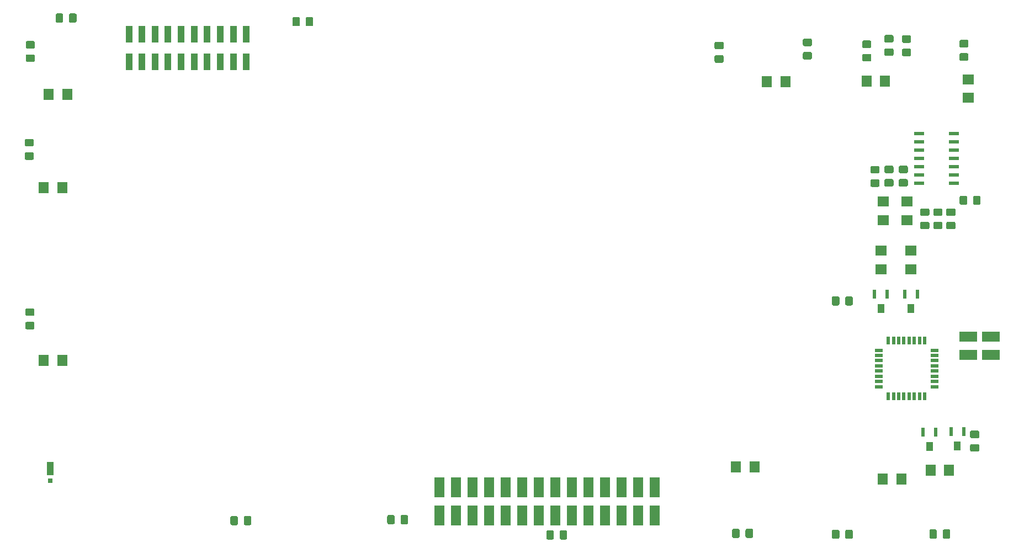
<source format=gbp>
G04 #@! TF.GenerationSoftware,KiCad,Pcbnew,(5.1.5)-3*
G04 #@! TF.CreationDate,2020-04-11T01:13:50-04:00*
G04 #@! TF.ProjectId,CPU,4350552e-6b69-4636-9164-5f7063625858,rev?*
G04 #@! TF.SameCoordinates,Original*
G04 #@! TF.FileFunction,Paste,Bot*
G04 #@! TF.FilePolarity,Positive*
%FSLAX46Y46*%
G04 Gerber Fmt 4.6, Leading zero omitted, Abs format (unit mm)*
G04 Created by KiCad (PCBNEW (5.1.5)-3) date 2020-04-11 01:13:50*
%MOMM*%
%LPD*%
G04 APERTURE LIST*
%ADD10R,1.500000X0.600000*%
%ADD11C,0.100000*%
%ADD12R,2.700000X1.600000*%
%ADD13R,0.800000X0.800000*%
%ADD14R,1.100000X2.000000*%
%ADD15R,1.600000X1.803000*%
%ADD16R,1.803000X1.600000*%
%ADD17R,0.600000X1.400000*%
%ADD18R,1.000000X1.400000*%
%ADD19R,0.558800X1.270000*%
%ADD20R,1.270000X0.558800*%
%ADD21R,1.000000X2.580000*%
%ADD22R,1.524000X3.048000*%
G04 APERTURE END LIST*
D10*
X179300000Y-73260000D03*
X179300000Y-71990000D03*
X179300000Y-70720000D03*
X179300000Y-69450000D03*
X179300000Y-68180000D03*
X179300000Y-66910000D03*
X179300000Y-65640000D03*
X173900000Y-65640000D03*
X173900000Y-66910000D03*
X173900000Y-68180000D03*
X173900000Y-69450000D03*
X173900000Y-70720000D03*
X173900000Y-71990000D03*
X173900000Y-73260000D03*
D11*
G36*
X181074505Y-75201204D02*
G01*
X181098773Y-75204804D01*
X181122572Y-75210765D01*
X181145671Y-75219030D01*
X181167850Y-75229520D01*
X181188893Y-75242132D01*
X181208599Y-75256747D01*
X181226777Y-75273223D01*
X181243253Y-75291401D01*
X181257868Y-75311107D01*
X181270480Y-75332150D01*
X181280970Y-75354329D01*
X181289235Y-75377428D01*
X181295196Y-75401227D01*
X181298796Y-75425495D01*
X181300000Y-75449999D01*
X181300000Y-76350001D01*
X181298796Y-76374505D01*
X181295196Y-76398773D01*
X181289235Y-76422572D01*
X181280970Y-76445671D01*
X181270480Y-76467850D01*
X181257868Y-76488893D01*
X181243253Y-76508599D01*
X181226777Y-76526777D01*
X181208599Y-76543253D01*
X181188893Y-76557868D01*
X181167850Y-76570480D01*
X181145671Y-76580970D01*
X181122572Y-76589235D01*
X181098773Y-76595196D01*
X181074505Y-76598796D01*
X181050001Y-76600000D01*
X180399999Y-76600000D01*
X180375495Y-76598796D01*
X180351227Y-76595196D01*
X180327428Y-76589235D01*
X180304329Y-76580970D01*
X180282150Y-76570480D01*
X180261107Y-76557868D01*
X180241401Y-76543253D01*
X180223223Y-76526777D01*
X180206747Y-76508599D01*
X180192132Y-76488893D01*
X180179520Y-76467850D01*
X180169030Y-76445671D01*
X180160765Y-76422572D01*
X180154804Y-76398773D01*
X180151204Y-76374505D01*
X180150000Y-76350001D01*
X180150000Y-75449999D01*
X180151204Y-75425495D01*
X180154804Y-75401227D01*
X180160765Y-75377428D01*
X180169030Y-75354329D01*
X180179520Y-75332150D01*
X180192132Y-75311107D01*
X180206747Y-75291401D01*
X180223223Y-75273223D01*
X180241401Y-75256747D01*
X180261107Y-75242132D01*
X180282150Y-75229520D01*
X180304329Y-75219030D01*
X180327428Y-75210765D01*
X180351227Y-75204804D01*
X180375495Y-75201204D01*
X180399999Y-75200000D01*
X181050001Y-75200000D01*
X181074505Y-75201204D01*
G37*
G36*
X183124505Y-75201204D02*
G01*
X183148773Y-75204804D01*
X183172572Y-75210765D01*
X183195671Y-75219030D01*
X183217850Y-75229520D01*
X183238893Y-75242132D01*
X183258599Y-75256747D01*
X183276777Y-75273223D01*
X183293253Y-75291401D01*
X183307868Y-75311107D01*
X183320480Y-75332150D01*
X183330970Y-75354329D01*
X183339235Y-75377428D01*
X183345196Y-75401227D01*
X183348796Y-75425495D01*
X183350000Y-75449999D01*
X183350000Y-76350001D01*
X183348796Y-76374505D01*
X183345196Y-76398773D01*
X183339235Y-76422572D01*
X183330970Y-76445671D01*
X183320480Y-76467850D01*
X183307868Y-76488893D01*
X183293253Y-76508599D01*
X183276777Y-76526777D01*
X183258599Y-76543253D01*
X183238893Y-76557868D01*
X183217850Y-76570480D01*
X183195671Y-76580970D01*
X183172572Y-76589235D01*
X183148773Y-76595196D01*
X183124505Y-76598796D01*
X183100001Y-76600000D01*
X182449999Y-76600000D01*
X182425495Y-76598796D01*
X182401227Y-76595196D01*
X182377428Y-76589235D01*
X182354329Y-76580970D01*
X182332150Y-76570480D01*
X182311107Y-76557868D01*
X182291401Y-76543253D01*
X182273223Y-76526777D01*
X182256747Y-76508599D01*
X182242132Y-76488893D01*
X182229520Y-76467850D01*
X182219030Y-76445671D01*
X182210765Y-76422572D01*
X182204804Y-76398773D01*
X182201204Y-76374505D01*
X182200000Y-76350001D01*
X182200000Y-75449999D01*
X182201204Y-75425495D01*
X182204804Y-75401227D01*
X182210765Y-75377428D01*
X182219030Y-75354329D01*
X182229520Y-75332150D01*
X182242132Y-75311107D01*
X182256747Y-75291401D01*
X182273223Y-75273223D01*
X182291401Y-75256747D01*
X182311107Y-75242132D01*
X182332150Y-75229520D01*
X182354329Y-75219030D01*
X182377428Y-75210765D01*
X182401227Y-75204804D01*
X182425495Y-75201204D01*
X182449999Y-75200000D01*
X183100001Y-75200000D01*
X183124505Y-75201204D01*
G37*
G36*
X179274505Y-79201204D02*
G01*
X179298773Y-79204804D01*
X179322572Y-79210765D01*
X179345671Y-79219030D01*
X179367850Y-79229520D01*
X179388893Y-79242132D01*
X179408599Y-79256747D01*
X179426777Y-79273223D01*
X179443253Y-79291401D01*
X179457868Y-79311107D01*
X179470480Y-79332150D01*
X179480970Y-79354329D01*
X179489235Y-79377428D01*
X179495196Y-79401227D01*
X179498796Y-79425495D01*
X179500000Y-79449999D01*
X179500000Y-80100001D01*
X179498796Y-80124505D01*
X179495196Y-80148773D01*
X179489235Y-80172572D01*
X179480970Y-80195671D01*
X179470480Y-80217850D01*
X179457868Y-80238893D01*
X179443253Y-80258599D01*
X179426777Y-80276777D01*
X179408599Y-80293253D01*
X179388893Y-80307868D01*
X179367850Y-80320480D01*
X179345671Y-80330970D01*
X179322572Y-80339235D01*
X179298773Y-80345196D01*
X179274505Y-80348796D01*
X179250001Y-80350000D01*
X178349999Y-80350000D01*
X178325495Y-80348796D01*
X178301227Y-80345196D01*
X178277428Y-80339235D01*
X178254329Y-80330970D01*
X178232150Y-80320480D01*
X178211107Y-80307868D01*
X178191401Y-80293253D01*
X178173223Y-80276777D01*
X178156747Y-80258599D01*
X178142132Y-80238893D01*
X178129520Y-80217850D01*
X178119030Y-80195671D01*
X178110765Y-80172572D01*
X178104804Y-80148773D01*
X178101204Y-80124505D01*
X178100000Y-80100001D01*
X178100000Y-79449999D01*
X178101204Y-79425495D01*
X178104804Y-79401227D01*
X178110765Y-79377428D01*
X178119030Y-79354329D01*
X178129520Y-79332150D01*
X178142132Y-79311107D01*
X178156747Y-79291401D01*
X178173223Y-79273223D01*
X178191401Y-79256747D01*
X178211107Y-79242132D01*
X178232150Y-79229520D01*
X178254329Y-79219030D01*
X178277428Y-79210765D01*
X178301227Y-79204804D01*
X178325495Y-79201204D01*
X178349999Y-79200000D01*
X179250001Y-79200000D01*
X179274505Y-79201204D01*
G37*
G36*
X179274505Y-77151204D02*
G01*
X179298773Y-77154804D01*
X179322572Y-77160765D01*
X179345671Y-77169030D01*
X179367850Y-77179520D01*
X179388893Y-77192132D01*
X179408599Y-77206747D01*
X179426777Y-77223223D01*
X179443253Y-77241401D01*
X179457868Y-77261107D01*
X179470480Y-77282150D01*
X179480970Y-77304329D01*
X179489235Y-77327428D01*
X179495196Y-77351227D01*
X179498796Y-77375495D01*
X179500000Y-77399999D01*
X179500000Y-78050001D01*
X179498796Y-78074505D01*
X179495196Y-78098773D01*
X179489235Y-78122572D01*
X179480970Y-78145671D01*
X179470480Y-78167850D01*
X179457868Y-78188893D01*
X179443253Y-78208599D01*
X179426777Y-78226777D01*
X179408599Y-78243253D01*
X179388893Y-78257868D01*
X179367850Y-78270480D01*
X179345671Y-78280970D01*
X179322572Y-78289235D01*
X179298773Y-78295196D01*
X179274505Y-78298796D01*
X179250001Y-78300000D01*
X178349999Y-78300000D01*
X178325495Y-78298796D01*
X178301227Y-78295196D01*
X178277428Y-78289235D01*
X178254329Y-78280970D01*
X178232150Y-78270480D01*
X178211107Y-78257868D01*
X178191401Y-78243253D01*
X178173223Y-78226777D01*
X178156747Y-78208599D01*
X178142132Y-78188893D01*
X178129520Y-78167850D01*
X178119030Y-78145671D01*
X178110765Y-78122572D01*
X178104804Y-78098773D01*
X178101204Y-78074505D01*
X178100000Y-78050001D01*
X178100000Y-77399999D01*
X178101204Y-77375495D01*
X178104804Y-77351227D01*
X178110765Y-77327428D01*
X178119030Y-77304329D01*
X178129520Y-77282150D01*
X178142132Y-77261107D01*
X178156747Y-77241401D01*
X178173223Y-77223223D01*
X178191401Y-77206747D01*
X178211107Y-77192132D01*
X178232150Y-77179520D01*
X178254329Y-77169030D01*
X178277428Y-77160765D01*
X178301227Y-77154804D01*
X178325495Y-77151204D01*
X178349999Y-77150000D01*
X179250001Y-77150000D01*
X179274505Y-77151204D01*
G37*
G36*
X177274505Y-79201204D02*
G01*
X177298773Y-79204804D01*
X177322572Y-79210765D01*
X177345671Y-79219030D01*
X177367850Y-79229520D01*
X177388893Y-79242132D01*
X177408599Y-79256747D01*
X177426777Y-79273223D01*
X177443253Y-79291401D01*
X177457868Y-79311107D01*
X177470480Y-79332150D01*
X177480970Y-79354329D01*
X177489235Y-79377428D01*
X177495196Y-79401227D01*
X177498796Y-79425495D01*
X177500000Y-79449999D01*
X177500000Y-80100001D01*
X177498796Y-80124505D01*
X177495196Y-80148773D01*
X177489235Y-80172572D01*
X177480970Y-80195671D01*
X177470480Y-80217850D01*
X177457868Y-80238893D01*
X177443253Y-80258599D01*
X177426777Y-80276777D01*
X177408599Y-80293253D01*
X177388893Y-80307868D01*
X177367850Y-80320480D01*
X177345671Y-80330970D01*
X177322572Y-80339235D01*
X177298773Y-80345196D01*
X177274505Y-80348796D01*
X177250001Y-80350000D01*
X176349999Y-80350000D01*
X176325495Y-80348796D01*
X176301227Y-80345196D01*
X176277428Y-80339235D01*
X176254329Y-80330970D01*
X176232150Y-80320480D01*
X176211107Y-80307868D01*
X176191401Y-80293253D01*
X176173223Y-80276777D01*
X176156747Y-80258599D01*
X176142132Y-80238893D01*
X176129520Y-80217850D01*
X176119030Y-80195671D01*
X176110765Y-80172572D01*
X176104804Y-80148773D01*
X176101204Y-80124505D01*
X176100000Y-80100001D01*
X176100000Y-79449999D01*
X176101204Y-79425495D01*
X176104804Y-79401227D01*
X176110765Y-79377428D01*
X176119030Y-79354329D01*
X176129520Y-79332150D01*
X176142132Y-79311107D01*
X176156747Y-79291401D01*
X176173223Y-79273223D01*
X176191401Y-79256747D01*
X176211107Y-79242132D01*
X176232150Y-79229520D01*
X176254329Y-79219030D01*
X176277428Y-79210765D01*
X176301227Y-79204804D01*
X176325495Y-79201204D01*
X176349999Y-79200000D01*
X177250001Y-79200000D01*
X177274505Y-79201204D01*
G37*
G36*
X177274505Y-77151204D02*
G01*
X177298773Y-77154804D01*
X177322572Y-77160765D01*
X177345671Y-77169030D01*
X177367850Y-77179520D01*
X177388893Y-77192132D01*
X177408599Y-77206747D01*
X177426777Y-77223223D01*
X177443253Y-77241401D01*
X177457868Y-77261107D01*
X177470480Y-77282150D01*
X177480970Y-77304329D01*
X177489235Y-77327428D01*
X177495196Y-77351227D01*
X177498796Y-77375495D01*
X177500000Y-77399999D01*
X177500000Y-78050001D01*
X177498796Y-78074505D01*
X177495196Y-78098773D01*
X177489235Y-78122572D01*
X177480970Y-78145671D01*
X177470480Y-78167850D01*
X177457868Y-78188893D01*
X177443253Y-78208599D01*
X177426777Y-78226777D01*
X177408599Y-78243253D01*
X177388893Y-78257868D01*
X177367850Y-78270480D01*
X177345671Y-78280970D01*
X177322572Y-78289235D01*
X177298773Y-78295196D01*
X177274505Y-78298796D01*
X177250001Y-78300000D01*
X176349999Y-78300000D01*
X176325495Y-78298796D01*
X176301227Y-78295196D01*
X176277428Y-78289235D01*
X176254329Y-78280970D01*
X176232150Y-78270480D01*
X176211107Y-78257868D01*
X176191401Y-78243253D01*
X176173223Y-78226777D01*
X176156747Y-78208599D01*
X176142132Y-78188893D01*
X176129520Y-78167850D01*
X176119030Y-78145671D01*
X176110765Y-78122572D01*
X176104804Y-78098773D01*
X176101204Y-78074505D01*
X176100000Y-78050001D01*
X176100000Y-77399999D01*
X176101204Y-77375495D01*
X176104804Y-77351227D01*
X176110765Y-77327428D01*
X176119030Y-77304329D01*
X176129520Y-77282150D01*
X176142132Y-77261107D01*
X176156747Y-77241401D01*
X176173223Y-77223223D01*
X176191401Y-77206747D01*
X176211107Y-77192132D01*
X176232150Y-77179520D01*
X176254329Y-77169030D01*
X176277428Y-77160765D01*
X176301227Y-77154804D01*
X176325495Y-77151204D01*
X176349999Y-77150000D01*
X177250001Y-77150000D01*
X177274505Y-77151204D01*
G37*
G36*
X175274505Y-79201204D02*
G01*
X175298773Y-79204804D01*
X175322572Y-79210765D01*
X175345671Y-79219030D01*
X175367850Y-79229520D01*
X175388893Y-79242132D01*
X175408599Y-79256747D01*
X175426777Y-79273223D01*
X175443253Y-79291401D01*
X175457868Y-79311107D01*
X175470480Y-79332150D01*
X175480970Y-79354329D01*
X175489235Y-79377428D01*
X175495196Y-79401227D01*
X175498796Y-79425495D01*
X175500000Y-79449999D01*
X175500000Y-80100001D01*
X175498796Y-80124505D01*
X175495196Y-80148773D01*
X175489235Y-80172572D01*
X175480970Y-80195671D01*
X175470480Y-80217850D01*
X175457868Y-80238893D01*
X175443253Y-80258599D01*
X175426777Y-80276777D01*
X175408599Y-80293253D01*
X175388893Y-80307868D01*
X175367850Y-80320480D01*
X175345671Y-80330970D01*
X175322572Y-80339235D01*
X175298773Y-80345196D01*
X175274505Y-80348796D01*
X175250001Y-80350000D01*
X174349999Y-80350000D01*
X174325495Y-80348796D01*
X174301227Y-80345196D01*
X174277428Y-80339235D01*
X174254329Y-80330970D01*
X174232150Y-80320480D01*
X174211107Y-80307868D01*
X174191401Y-80293253D01*
X174173223Y-80276777D01*
X174156747Y-80258599D01*
X174142132Y-80238893D01*
X174129520Y-80217850D01*
X174119030Y-80195671D01*
X174110765Y-80172572D01*
X174104804Y-80148773D01*
X174101204Y-80124505D01*
X174100000Y-80100001D01*
X174100000Y-79449999D01*
X174101204Y-79425495D01*
X174104804Y-79401227D01*
X174110765Y-79377428D01*
X174119030Y-79354329D01*
X174129520Y-79332150D01*
X174142132Y-79311107D01*
X174156747Y-79291401D01*
X174173223Y-79273223D01*
X174191401Y-79256747D01*
X174211107Y-79242132D01*
X174232150Y-79229520D01*
X174254329Y-79219030D01*
X174277428Y-79210765D01*
X174301227Y-79204804D01*
X174325495Y-79201204D01*
X174349999Y-79200000D01*
X175250001Y-79200000D01*
X175274505Y-79201204D01*
G37*
G36*
X175274505Y-77151204D02*
G01*
X175298773Y-77154804D01*
X175322572Y-77160765D01*
X175345671Y-77169030D01*
X175367850Y-77179520D01*
X175388893Y-77192132D01*
X175408599Y-77206747D01*
X175426777Y-77223223D01*
X175443253Y-77241401D01*
X175457868Y-77261107D01*
X175470480Y-77282150D01*
X175480970Y-77304329D01*
X175489235Y-77327428D01*
X175495196Y-77351227D01*
X175498796Y-77375495D01*
X175500000Y-77399999D01*
X175500000Y-78050001D01*
X175498796Y-78074505D01*
X175495196Y-78098773D01*
X175489235Y-78122572D01*
X175480970Y-78145671D01*
X175470480Y-78167850D01*
X175457868Y-78188893D01*
X175443253Y-78208599D01*
X175426777Y-78226777D01*
X175408599Y-78243253D01*
X175388893Y-78257868D01*
X175367850Y-78270480D01*
X175345671Y-78280970D01*
X175322572Y-78289235D01*
X175298773Y-78295196D01*
X175274505Y-78298796D01*
X175250001Y-78300000D01*
X174349999Y-78300000D01*
X174325495Y-78298796D01*
X174301227Y-78295196D01*
X174277428Y-78289235D01*
X174254329Y-78280970D01*
X174232150Y-78270480D01*
X174211107Y-78257868D01*
X174191401Y-78243253D01*
X174173223Y-78226777D01*
X174156747Y-78208599D01*
X174142132Y-78188893D01*
X174129520Y-78167850D01*
X174119030Y-78145671D01*
X174110765Y-78122572D01*
X174104804Y-78098773D01*
X174101204Y-78074505D01*
X174100000Y-78050001D01*
X174100000Y-77399999D01*
X174101204Y-77375495D01*
X174104804Y-77351227D01*
X174110765Y-77327428D01*
X174119030Y-77304329D01*
X174129520Y-77282150D01*
X174142132Y-77261107D01*
X174156747Y-77241401D01*
X174173223Y-77223223D01*
X174191401Y-77206747D01*
X174211107Y-77192132D01*
X174232150Y-77179520D01*
X174254329Y-77169030D01*
X174277428Y-77160765D01*
X174301227Y-77154804D01*
X174325495Y-77151204D01*
X174349999Y-77150000D01*
X175250001Y-77150000D01*
X175274505Y-77151204D01*
G37*
G36*
X167624505Y-72701204D02*
G01*
X167648773Y-72704804D01*
X167672572Y-72710765D01*
X167695671Y-72719030D01*
X167717850Y-72729520D01*
X167738893Y-72742132D01*
X167758599Y-72756747D01*
X167776777Y-72773223D01*
X167793253Y-72791401D01*
X167807868Y-72811107D01*
X167820480Y-72832150D01*
X167830970Y-72854329D01*
X167839235Y-72877428D01*
X167845196Y-72901227D01*
X167848796Y-72925495D01*
X167850000Y-72949999D01*
X167850000Y-73600001D01*
X167848796Y-73624505D01*
X167845196Y-73648773D01*
X167839235Y-73672572D01*
X167830970Y-73695671D01*
X167820480Y-73717850D01*
X167807868Y-73738893D01*
X167793253Y-73758599D01*
X167776777Y-73776777D01*
X167758599Y-73793253D01*
X167738893Y-73807868D01*
X167717850Y-73820480D01*
X167695671Y-73830970D01*
X167672572Y-73839235D01*
X167648773Y-73845196D01*
X167624505Y-73848796D01*
X167600001Y-73850000D01*
X166699999Y-73850000D01*
X166675495Y-73848796D01*
X166651227Y-73845196D01*
X166627428Y-73839235D01*
X166604329Y-73830970D01*
X166582150Y-73820480D01*
X166561107Y-73807868D01*
X166541401Y-73793253D01*
X166523223Y-73776777D01*
X166506747Y-73758599D01*
X166492132Y-73738893D01*
X166479520Y-73717850D01*
X166469030Y-73695671D01*
X166460765Y-73672572D01*
X166454804Y-73648773D01*
X166451204Y-73624505D01*
X166450000Y-73600001D01*
X166450000Y-72949999D01*
X166451204Y-72925495D01*
X166454804Y-72901227D01*
X166460765Y-72877428D01*
X166469030Y-72854329D01*
X166479520Y-72832150D01*
X166492132Y-72811107D01*
X166506747Y-72791401D01*
X166523223Y-72773223D01*
X166541401Y-72756747D01*
X166561107Y-72742132D01*
X166582150Y-72729520D01*
X166604329Y-72719030D01*
X166627428Y-72710765D01*
X166651227Y-72704804D01*
X166675495Y-72701204D01*
X166699999Y-72700000D01*
X167600001Y-72700000D01*
X167624505Y-72701204D01*
G37*
G36*
X167624505Y-70651204D02*
G01*
X167648773Y-70654804D01*
X167672572Y-70660765D01*
X167695671Y-70669030D01*
X167717850Y-70679520D01*
X167738893Y-70692132D01*
X167758599Y-70706747D01*
X167776777Y-70723223D01*
X167793253Y-70741401D01*
X167807868Y-70761107D01*
X167820480Y-70782150D01*
X167830970Y-70804329D01*
X167839235Y-70827428D01*
X167845196Y-70851227D01*
X167848796Y-70875495D01*
X167850000Y-70899999D01*
X167850000Y-71550001D01*
X167848796Y-71574505D01*
X167845196Y-71598773D01*
X167839235Y-71622572D01*
X167830970Y-71645671D01*
X167820480Y-71667850D01*
X167807868Y-71688893D01*
X167793253Y-71708599D01*
X167776777Y-71726777D01*
X167758599Y-71743253D01*
X167738893Y-71757868D01*
X167717850Y-71770480D01*
X167695671Y-71780970D01*
X167672572Y-71789235D01*
X167648773Y-71795196D01*
X167624505Y-71798796D01*
X167600001Y-71800000D01*
X166699999Y-71800000D01*
X166675495Y-71798796D01*
X166651227Y-71795196D01*
X166627428Y-71789235D01*
X166604329Y-71780970D01*
X166582150Y-71770480D01*
X166561107Y-71757868D01*
X166541401Y-71743253D01*
X166523223Y-71726777D01*
X166506747Y-71708599D01*
X166492132Y-71688893D01*
X166479520Y-71667850D01*
X166469030Y-71645671D01*
X166460765Y-71622572D01*
X166454804Y-71598773D01*
X166451204Y-71574505D01*
X166450000Y-71550001D01*
X166450000Y-70899999D01*
X166451204Y-70875495D01*
X166454804Y-70851227D01*
X166460765Y-70827428D01*
X166469030Y-70804329D01*
X166479520Y-70782150D01*
X166492132Y-70761107D01*
X166506747Y-70741401D01*
X166523223Y-70723223D01*
X166541401Y-70706747D01*
X166561107Y-70692132D01*
X166582150Y-70679520D01*
X166604329Y-70669030D01*
X166627428Y-70660765D01*
X166651227Y-70654804D01*
X166675495Y-70651204D01*
X166699999Y-70650000D01*
X167600001Y-70650000D01*
X167624505Y-70651204D01*
G37*
G36*
X169774505Y-72651204D02*
G01*
X169798773Y-72654804D01*
X169822572Y-72660765D01*
X169845671Y-72669030D01*
X169867850Y-72679520D01*
X169888893Y-72692132D01*
X169908599Y-72706747D01*
X169926777Y-72723223D01*
X169943253Y-72741401D01*
X169957868Y-72761107D01*
X169970480Y-72782150D01*
X169980970Y-72804329D01*
X169989235Y-72827428D01*
X169995196Y-72851227D01*
X169998796Y-72875495D01*
X170000000Y-72899999D01*
X170000000Y-73550001D01*
X169998796Y-73574505D01*
X169995196Y-73598773D01*
X169989235Y-73622572D01*
X169980970Y-73645671D01*
X169970480Y-73667850D01*
X169957868Y-73688893D01*
X169943253Y-73708599D01*
X169926777Y-73726777D01*
X169908599Y-73743253D01*
X169888893Y-73757868D01*
X169867850Y-73770480D01*
X169845671Y-73780970D01*
X169822572Y-73789235D01*
X169798773Y-73795196D01*
X169774505Y-73798796D01*
X169750001Y-73800000D01*
X168849999Y-73800000D01*
X168825495Y-73798796D01*
X168801227Y-73795196D01*
X168777428Y-73789235D01*
X168754329Y-73780970D01*
X168732150Y-73770480D01*
X168711107Y-73757868D01*
X168691401Y-73743253D01*
X168673223Y-73726777D01*
X168656747Y-73708599D01*
X168642132Y-73688893D01*
X168629520Y-73667850D01*
X168619030Y-73645671D01*
X168610765Y-73622572D01*
X168604804Y-73598773D01*
X168601204Y-73574505D01*
X168600000Y-73550001D01*
X168600000Y-72899999D01*
X168601204Y-72875495D01*
X168604804Y-72851227D01*
X168610765Y-72827428D01*
X168619030Y-72804329D01*
X168629520Y-72782150D01*
X168642132Y-72761107D01*
X168656747Y-72741401D01*
X168673223Y-72723223D01*
X168691401Y-72706747D01*
X168711107Y-72692132D01*
X168732150Y-72679520D01*
X168754329Y-72669030D01*
X168777428Y-72660765D01*
X168801227Y-72654804D01*
X168825495Y-72651204D01*
X168849999Y-72650000D01*
X169750001Y-72650000D01*
X169774505Y-72651204D01*
G37*
G36*
X169774505Y-70601204D02*
G01*
X169798773Y-70604804D01*
X169822572Y-70610765D01*
X169845671Y-70619030D01*
X169867850Y-70629520D01*
X169888893Y-70642132D01*
X169908599Y-70656747D01*
X169926777Y-70673223D01*
X169943253Y-70691401D01*
X169957868Y-70711107D01*
X169970480Y-70732150D01*
X169980970Y-70754329D01*
X169989235Y-70777428D01*
X169995196Y-70801227D01*
X169998796Y-70825495D01*
X170000000Y-70849999D01*
X170000000Y-71500001D01*
X169998796Y-71524505D01*
X169995196Y-71548773D01*
X169989235Y-71572572D01*
X169980970Y-71595671D01*
X169970480Y-71617850D01*
X169957868Y-71638893D01*
X169943253Y-71658599D01*
X169926777Y-71676777D01*
X169908599Y-71693253D01*
X169888893Y-71707868D01*
X169867850Y-71720480D01*
X169845671Y-71730970D01*
X169822572Y-71739235D01*
X169798773Y-71745196D01*
X169774505Y-71748796D01*
X169750001Y-71750000D01*
X168849999Y-71750000D01*
X168825495Y-71748796D01*
X168801227Y-71745196D01*
X168777428Y-71739235D01*
X168754329Y-71730970D01*
X168732150Y-71720480D01*
X168711107Y-71707868D01*
X168691401Y-71693253D01*
X168673223Y-71676777D01*
X168656747Y-71658599D01*
X168642132Y-71638893D01*
X168629520Y-71617850D01*
X168619030Y-71595671D01*
X168610765Y-71572572D01*
X168604804Y-71548773D01*
X168601204Y-71524505D01*
X168600000Y-71500001D01*
X168600000Y-70849999D01*
X168601204Y-70825495D01*
X168604804Y-70801227D01*
X168610765Y-70777428D01*
X168619030Y-70754329D01*
X168629520Y-70732150D01*
X168642132Y-70711107D01*
X168656747Y-70691401D01*
X168673223Y-70673223D01*
X168691401Y-70656747D01*
X168711107Y-70642132D01*
X168732150Y-70629520D01*
X168754329Y-70619030D01*
X168777428Y-70610765D01*
X168801227Y-70604804D01*
X168825495Y-70601204D01*
X168849999Y-70600000D01*
X169750001Y-70600000D01*
X169774505Y-70601204D01*
G37*
G36*
X171974505Y-70601204D02*
G01*
X171998773Y-70604804D01*
X172022572Y-70610765D01*
X172045671Y-70619030D01*
X172067850Y-70629520D01*
X172088893Y-70642132D01*
X172108599Y-70656747D01*
X172126777Y-70673223D01*
X172143253Y-70691401D01*
X172157868Y-70711107D01*
X172170480Y-70732150D01*
X172180970Y-70754329D01*
X172189235Y-70777428D01*
X172195196Y-70801227D01*
X172198796Y-70825495D01*
X172200000Y-70849999D01*
X172200000Y-71500001D01*
X172198796Y-71524505D01*
X172195196Y-71548773D01*
X172189235Y-71572572D01*
X172180970Y-71595671D01*
X172170480Y-71617850D01*
X172157868Y-71638893D01*
X172143253Y-71658599D01*
X172126777Y-71676777D01*
X172108599Y-71693253D01*
X172088893Y-71707868D01*
X172067850Y-71720480D01*
X172045671Y-71730970D01*
X172022572Y-71739235D01*
X171998773Y-71745196D01*
X171974505Y-71748796D01*
X171950001Y-71750000D01*
X171049999Y-71750000D01*
X171025495Y-71748796D01*
X171001227Y-71745196D01*
X170977428Y-71739235D01*
X170954329Y-71730970D01*
X170932150Y-71720480D01*
X170911107Y-71707868D01*
X170891401Y-71693253D01*
X170873223Y-71676777D01*
X170856747Y-71658599D01*
X170842132Y-71638893D01*
X170829520Y-71617850D01*
X170819030Y-71595671D01*
X170810765Y-71572572D01*
X170804804Y-71548773D01*
X170801204Y-71524505D01*
X170800000Y-71500001D01*
X170800000Y-70849999D01*
X170801204Y-70825495D01*
X170804804Y-70801227D01*
X170810765Y-70777428D01*
X170819030Y-70754329D01*
X170829520Y-70732150D01*
X170842132Y-70711107D01*
X170856747Y-70691401D01*
X170873223Y-70673223D01*
X170891401Y-70656747D01*
X170911107Y-70642132D01*
X170932150Y-70629520D01*
X170954329Y-70619030D01*
X170977428Y-70610765D01*
X171001227Y-70604804D01*
X171025495Y-70601204D01*
X171049999Y-70600000D01*
X171950001Y-70600000D01*
X171974505Y-70601204D01*
G37*
G36*
X171974505Y-72651204D02*
G01*
X171998773Y-72654804D01*
X172022572Y-72660765D01*
X172045671Y-72669030D01*
X172067850Y-72679520D01*
X172088893Y-72692132D01*
X172108599Y-72706747D01*
X172126777Y-72723223D01*
X172143253Y-72741401D01*
X172157868Y-72761107D01*
X172170480Y-72782150D01*
X172180970Y-72804329D01*
X172189235Y-72827428D01*
X172195196Y-72851227D01*
X172198796Y-72875495D01*
X172200000Y-72899999D01*
X172200000Y-73550001D01*
X172198796Y-73574505D01*
X172195196Y-73598773D01*
X172189235Y-73622572D01*
X172180970Y-73645671D01*
X172170480Y-73667850D01*
X172157868Y-73688893D01*
X172143253Y-73708599D01*
X172126777Y-73726777D01*
X172108599Y-73743253D01*
X172088893Y-73757868D01*
X172067850Y-73770480D01*
X172045671Y-73780970D01*
X172022572Y-73789235D01*
X171998773Y-73795196D01*
X171974505Y-73798796D01*
X171950001Y-73800000D01*
X171049999Y-73800000D01*
X171025495Y-73798796D01*
X171001227Y-73795196D01*
X170977428Y-73789235D01*
X170954329Y-73780970D01*
X170932150Y-73770480D01*
X170911107Y-73757868D01*
X170891401Y-73743253D01*
X170873223Y-73726777D01*
X170856747Y-73708599D01*
X170842132Y-73688893D01*
X170829520Y-73667850D01*
X170819030Y-73645671D01*
X170810765Y-73622572D01*
X170804804Y-73598773D01*
X170801204Y-73574505D01*
X170800000Y-73550001D01*
X170800000Y-72899999D01*
X170801204Y-72875495D01*
X170804804Y-72851227D01*
X170810765Y-72827428D01*
X170819030Y-72804329D01*
X170829520Y-72782150D01*
X170842132Y-72761107D01*
X170856747Y-72741401D01*
X170873223Y-72723223D01*
X170891401Y-72706747D01*
X170911107Y-72692132D01*
X170932150Y-72679520D01*
X170954329Y-72669030D01*
X170977428Y-72660765D01*
X171001227Y-72654804D01*
X171025495Y-72651204D01*
X171049999Y-72650000D01*
X171950001Y-72650000D01*
X171974505Y-72651204D01*
G37*
G36*
X182924505Y-111251204D02*
G01*
X182948773Y-111254804D01*
X182972572Y-111260765D01*
X182995671Y-111269030D01*
X183017850Y-111279520D01*
X183038893Y-111292132D01*
X183058599Y-111306747D01*
X183076777Y-111323223D01*
X183093253Y-111341401D01*
X183107868Y-111361107D01*
X183120480Y-111382150D01*
X183130970Y-111404329D01*
X183139235Y-111427428D01*
X183145196Y-111451227D01*
X183148796Y-111475495D01*
X183150000Y-111499999D01*
X183150000Y-112150001D01*
X183148796Y-112174505D01*
X183145196Y-112198773D01*
X183139235Y-112222572D01*
X183130970Y-112245671D01*
X183120480Y-112267850D01*
X183107868Y-112288893D01*
X183093253Y-112308599D01*
X183076777Y-112326777D01*
X183058599Y-112343253D01*
X183038893Y-112357868D01*
X183017850Y-112370480D01*
X182995671Y-112380970D01*
X182972572Y-112389235D01*
X182948773Y-112395196D01*
X182924505Y-112398796D01*
X182900001Y-112400000D01*
X181999999Y-112400000D01*
X181975495Y-112398796D01*
X181951227Y-112395196D01*
X181927428Y-112389235D01*
X181904329Y-112380970D01*
X181882150Y-112370480D01*
X181861107Y-112357868D01*
X181841401Y-112343253D01*
X181823223Y-112326777D01*
X181806747Y-112308599D01*
X181792132Y-112288893D01*
X181779520Y-112267850D01*
X181769030Y-112245671D01*
X181760765Y-112222572D01*
X181754804Y-112198773D01*
X181751204Y-112174505D01*
X181750000Y-112150001D01*
X181750000Y-111499999D01*
X181751204Y-111475495D01*
X181754804Y-111451227D01*
X181760765Y-111427428D01*
X181769030Y-111404329D01*
X181779520Y-111382150D01*
X181792132Y-111361107D01*
X181806747Y-111341401D01*
X181823223Y-111323223D01*
X181841401Y-111306747D01*
X181861107Y-111292132D01*
X181882150Y-111279520D01*
X181904329Y-111269030D01*
X181927428Y-111260765D01*
X181951227Y-111254804D01*
X181975495Y-111251204D01*
X181999999Y-111250000D01*
X182900001Y-111250000D01*
X182924505Y-111251204D01*
G37*
G36*
X182924505Y-113301204D02*
G01*
X182948773Y-113304804D01*
X182972572Y-113310765D01*
X182995671Y-113319030D01*
X183017850Y-113329520D01*
X183038893Y-113342132D01*
X183058599Y-113356747D01*
X183076777Y-113373223D01*
X183093253Y-113391401D01*
X183107868Y-113411107D01*
X183120480Y-113432150D01*
X183130970Y-113454329D01*
X183139235Y-113477428D01*
X183145196Y-113501227D01*
X183148796Y-113525495D01*
X183150000Y-113549999D01*
X183150000Y-114200001D01*
X183148796Y-114224505D01*
X183145196Y-114248773D01*
X183139235Y-114272572D01*
X183130970Y-114295671D01*
X183120480Y-114317850D01*
X183107868Y-114338893D01*
X183093253Y-114358599D01*
X183076777Y-114376777D01*
X183058599Y-114393253D01*
X183038893Y-114407868D01*
X183017850Y-114420480D01*
X182995671Y-114430970D01*
X182972572Y-114439235D01*
X182948773Y-114445196D01*
X182924505Y-114448796D01*
X182900001Y-114450000D01*
X181999999Y-114450000D01*
X181975495Y-114448796D01*
X181951227Y-114445196D01*
X181927428Y-114439235D01*
X181904329Y-114430970D01*
X181882150Y-114420480D01*
X181861107Y-114407868D01*
X181841401Y-114393253D01*
X181823223Y-114376777D01*
X181806747Y-114358599D01*
X181792132Y-114338893D01*
X181779520Y-114317850D01*
X181769030Y-114295671D01*
X181760765Y-114272572D01*
X181754804Y-114248773D01*
X181751204Y-114224505D01*
X181750000Y-114200001D01*
X181750000Y-113549999D01*
X181751204Y-113525495D01*
X181754804Y-113501227D01*
X181760765Y-113477428D01*
X181769030Y-113454329D01*
X181779520Y-113432150D01*
X181792132Y-113411107D01*
X181806747Y-113391401D01*
X181823223Y-113373223D01*
X181841401Y-113356747D01*
X181861107Y-113342132D01*
X181882150Y-113329520D01*
X181904329Y-113319030D01*
X181927428Y-113310765D01*
X181951227Y-113304804D01*
X181975495Y-113301204D01*
X181999999Y-113300000D01*
X182900001Y-113300000D01*
X182924505Y-113301204D01*
G37*
D12*
X181450000Y-96860000D03*
X181450000Y-99660000D03*
X184950000Y-96860000D03*
X184950000Y-99660000D03*
D13*
X40700000Y-118960000D03*
D14*
X40700000Y-117060000D03*
D15*
X40408000Y-59690000D03*
X43252000Y-59690000D03*
X39678000Y-74000000D03*
X42522000Y-74000000D03*
X39678000Y-100500000D03*
X42522000Y-100500000D03*
X145818000Y-116840000D03*
X148662000Y-116840000D03*
X171222000Y-118700000D03*
X168378000Y-118700000D03*
X175678000Y-117300000D03*
X178522000Y-117300000D03*
X153422000Y-57750000D03*
X150578000Y-57750000D03*
X168722000Y-57650000D03*
X165878000Y-57650000D03*
D16*
X181450000Y-60194000D03*
X181450000Y-57350000D03*
D17*
X178850000Y-111410000D03*
X180750000Y-111410000D03*
D18*
X179800000Y-113610000D03*
D19*
X174800000Y-97417400D03*
X174000000Y-97417400D03*
X173200000Y-97417400D03*
X172400000Y-97417400D03*
X171600000Y-97417400D03*
X170800000Y-97417400D03*
X170000000Y-97417400D03*
X169200000Y-97417400D03*
D20*
X167707400Y-98910000D03*
X167707400Y-99710000D03*
X167707400Y-100510000D03*
X167707400Y-101310000D03*
X167707400Y-102110000D03*
X167707400Y-102910000D03*
X167707400Y-103710000D03*
X167707400Y-104510000D03*
D19*
X169200000Y-106002600D03*
X170000000Y-106002600D03*
X170800000Y-106002600D03*
X171600000Y-106002600D03*
X172400000Y-106002600D03*
X173200000Y-106002600D03*
X174000000Y-106002600D03*
X174800000Y-106002600D03*
D20*
X176292600Y-104510000D03*
X176292600Y-103710000D03*
X176292600Y-102910000D03*
X176292600Y-102110000D03*
X176292600Y-101310000D03*
X176292600Y-100510000D03*
X176292600Y-99710000D03*
X176292600Y-98910000D03*
D18*
X175500000Y-113700000D03*
D17*
X176450000Y-111500000D03*
X174550000Y-111500000D03*
D21*
X52740000Y-50462520D03*
X52740000Y-54632520D03*
X54740000Y-50462520D03*
X54740000Y-54632520D03*
X56740000Y-50462520D03*
X56740000Y-54632520D03*
X58740000Y-50462520D03*
X58740000Y-54632520D03*
X60740000Y-50462520D03*
X60740000Y-54632520D03*
X62740000Y-50462520D03*
X62740000Y-54632520D03*
X64740000Y-50462520D03*
X64740000Y-54632520D03*
X66740000Y-50462520D03*
X66740000Y-54632520D03*
X68740000Y-50462520D03*
X68740000Y-54632520D03*
X70740000Y-50462520D03*
X70740000Y-54632520D03*
D11*
G36*
X38074505Y-51476204D02*
G01*
X38098773Y-51479804D01*
X38122572Y-51485765D01*
X38145671Y-51494030D01*
X38167850Y-51504520D01*
X38188893Y-51517132D01*
X38208599Y-51531747D01*
X38226777Y-51548223D01*
X38243253Y-51566401D01*
X38257868Y-51586107D01*
X38270480Y-51607150D01*
X38280970Y-51629329D01*
X38289235Y-51652428D01*
X38295196Y-51676227D01*
X38298796Y-51700495D01*
X38300000Y-51724999D01*
X38300000Y-52375001D01*
X38298796Y-52399505D01*
X38295196Y-52423773D01*
X38289235Y-52447572D01*
X38280970Y-52470671D01*
X38270480Y-52492850D01*
X38257868Y-52513893D01*
X38243253Y-52533599D01*
X38226777Y-52551777D01*
X38208599Y-52568253D01*
X38188893Y-52582868D01*
X38167850Y-52595480D01*
X38145671Y-52605970D01*
X38122572Y-52614235D01*
X38098773Y-52620196D01*
X38074505Y-52623796D01*
X38050001Y-52625000D01*
X37149999Y-52625000D01*
X37125495Y-52623796D01*
X37101227Y-52620196D01*
X37077428Y-52614235D01*
X37054329Y-52605970D01*
X37032150Y-52595480D01*
X37011107Y-52582868D01*
X36991401Y-52568253D01*
X36973223Y-52551777D01*
X36956747Y-52533599D01*
X36942132Y-52513893D01*
X36929520Y-52492850D01*
X36919030Y-52470671D01*
X36910765Y-52447572D01*
X36904804Y-52423773D01*
X36901204Y-52399505D01*
X36900000Y-52375001D01*
X36900000Y-51724999D01*
X36901204Y-51700495D01*
X36904804Y-51676227D01*
X36910765Y-51652428D01*
X36919030Y-51629329D01*
X36929520Y-51607150D01*
X36942132Y-51586107D01*
X36956747Y-51566401D01*
X36973223Y-51548223D01*
X36991401Y-51531747D01*
X37011107Y-51517132D01*
X37032150Y-51504520D01*
X37054329Y-51494030D01*
X37077428Y-51485765D01*
X37101227Y-51479804D01*
X37125495Y-51476204D01*
X37149999Y-51475000D01*
X38050001Y-51475000D01*
X38074505Y-51476204D01*
G37*
G36*
X38074505Y-53526204D02*
G01*
X38098773Y-53529804D01*
X38122572Y-53535765D01*
X38145671Y-53544030D01*
X38167850Y-53554520D01*
X38188893Y-53567132D01*
X38208599Y-53581747D01*
X38226777Y-53598223D01*
X38243253Y-53616401D01*
X38257868Y-53636107D01*
X38270480Y-53657150D01*
X38280970Y-53679329D01*
X38289235Y-53702428D01*
X38295196Y-53726227D01*
X38298796Y-53750495D01*
X38300000Y-53774999D01*
X38300000Y-54425001D01*
X38298796Y-54449505D01*
X38295196Y-54473773D01*
X38289235Y-54497572D01*
X38280970Y-54520671D01*
X38270480Y-54542850D01*
X38257868Y-54563893D01*
X38243253Y-54583599D01*
X38226777Y-54601777D01*
X38208599Y-54618253D01*
X38188893Y-54632868D01*
X38167850Y-54645480D01*
X38145671Y-54655970D01*
X38122572Y-54664235D01*
X38098773Y-54670196D01*
X38074505Y-54673796D01*
X38050001Y-54675000D01*
X37149999Y-54675000D01*
X37125495Y-54673796D01*
X37101227Y-54670196D01*
X37077428Y-54664235D01*
X37054329Y-54655970D01*
X37032150Y-54645480D01*
X37011107Y-54632868D01*
X36991401Y-54618253D01*
X36973223Y-54601777D01*
X36956747Y-54583599D01*
X36942132Y-54563893D01*
X36929520Y-54542850D01*
X36919030Y-54520671D01*
X36910765Y-54497572D01*
X36904804Y-54473773D01*
X36901204Y-54449505D01*
X36900000Y-54425001D01*
X36900000Y-53774999D01*
X36901204Y-53750495D01*
X36904804Y-53726227D01*
X36910765Y-53702428D01*
X36919030Y-53679329D01*
X36929520Y-53657150D01*
X36942132Y-53636107D01*
X36956747Y-53616401D01*
X36973223Y-53598223D01*
X36991401Y-53581747D01*
X37011107Y-53567132D01*
X37032150Y-53554520D01*
X37054329Y-53544030D01*
X37077428Y-53535765D01*
X37101227Y-53529804D01*
X37125495Y-53526204D01*
X37149999Y-53525000D01*
X38050001Y-53525000D01*
X38074505Y-53526204D01*
G37*
G36*
X37924505Y-68551204D02*
G01*
X37948773Y-68554804D01*
X37972572Y-68560765D01*
X37995671Y-68569030D01*
X38017850Y-68579520D01*
X38038893Y-68592132D01*
X38058599Y-68606747D01*
X38076777Y-68623223D01*
X38093253Y-68641401D01*
X38107868Y-68661107D01*
X38120480Y-68682150D01*
X38130970Y-68704329D01*
X38139235Y-68727428D01*
X38145196Y-68751227D01*
X38148796Y-68775495D01*
X38150000Y-68799999D01*
X38150000Y-69450001D01*
X38148796Y-69474505D01*
X38145196Y-69498773D01*
X38139235Y-69522572D01*
X38130970Y-69545671D01*
X38120480Y-69567850D01*
X38107868Y-69588893D01*
X38093253Y-69608599D01*
X38076777Y-69626777D01*
X38058599Y-69643253D01*
X38038893Y-69657868D01*
X38017850Y-69670480D01*
X37995671Y-69680970D01*
X37972572Y-69689235D01*
X37948773Y-69695196D01*
X37924505Y-69698796D01*
X37900001Y-69700000D01*
X36999999Y-69700000D01*
X36975495Y-69698796D01*
X36951227Y-69695196D01*
X36927428Y-69689235D01*
X36904329Y-69680970D01*
X36882150Y-69670480D01*
X36861107Y-69657868D01*
X36841401Y-69643253D01*
X36823223Y-69626777D01*
X36806747Y-69608599D01*
X36792132Y-69588893D01*
X36779520Y-69567850D01*
X36769030Y-69545671D01*
X36760765Y-69522572D01*
X36754804Y-69498773D01*
X36751204Y-69474505D01*
X36750000Y-69450001D01*
X36750000Y-68799999D01*
X36751204Y-68775495D01*
X36754804Y-68751227D01*
X36760765Y-68727428D01*
X36769030Y-68704329D01*
X36779520Y-68682150D01*
X36792132Y-68661107D01*
X36806747Y-68641401D01*
X36823223Y-68623223D01*
X36841401Y-68606747D01*
X36861107Y-68592132D01*
X36882150Y-68579520D01*
X36904329Y-68569030D01*
X36927428Y-68560765D01*
X36951227Y-68554804D01*
X36975495Y-68551204D01*
X36999999Y-68550000D01*
X37900001Y-68550000D01*
X37924505Y-68551204D01*
G37*
G36*
X37924505Y-66501204D02*
G01*
X37948773Y-66504804D01*
X37972572Y-66510765D01*
X37995671Y-66519030D01*
X38017850Y-66529520D01*
X38038893Y-66542132D01*
X38058599Y-66556747D01*
X38076777Y-66573223D01*
X38093253Y-66591401D01*
X38107868Y-66611107D01*
X38120480Y-66632150D01*
X38130970Y-66654329D01*
X38139235Y-66677428D01*
X38145196Y-66701227D01*
X38148796Y-66725495D01*
X38150000Y-66749999D01*
X38150000Y-67400001D01*
X38148796Y-67424505D01*
X38145196Y-67448773D01*
X38139235Y-67472572D01*
X38130970Y-67495671D01*
X38120480Y-67517850D01*
X38107868Y-67538893D01*
X38093253Y-67558599D01*
X38076777Y-67576777D01*
X38058599Y-67593253D01*
X38038893Y-67607868D01*
X38017850Y-67620480D01*
X37995671Y-67630970D01*
X37972572Y-67639235D01*
X37948773Y-67645196D01*
X37924505Y-67648796D01*
X37900001Y-67650000D01*
X36999999Y-67650000D01*
X36975495Y-67648796D01*
X36951227Y-67645196D01*
X36927428Y-67639235D01*
X36904329Y-67630970D01*
X36882150Y-67620480D01*
X36861107Y-67607868D01*
X36841401Y-67593253D01*
X36823223Y-67576777D01*
X36806747Y-67558599D01*
X36792132Y-67538893D01*
X36779520Y-67517850D01*
X36769030Y-67495671D01*
X36760765Y-67472572D01*
X36754804Y-67448773D01*
X36751204Y-67424505D01*
X36750000Y-67400001D01*
X36750000Y-66749999D01*
X36751204Y-66725495D01*
X36754804Y-66701227D01*
X36760765Y-66677428D01*
X36769030Y-66654329D01*
X36779520Y-66632150D01*
X36792132Y-66611107D01*
X36806747Y-66591401D01*
X36823223Y-66573223D01*
X36841401Y-66556747D01*
X36861107Y-66542132D01*
X36882150Y-66529520D01*
X36904329Y-66519030D01*
X36927428Y-66510765D01*
X36951227Y-66504804D01*
X36975495Y-66501204D01*
X36999999Y-66500000D01*
X37900001Y-66500000D01*
X37924505Y-66501204D01*
G37*
G36*
X38024505Y-92501204D02*
G01*
X38048773Y-92504804D01*
X38072572Y-92510765D01*
X38095671Y-92519030D01*
X38117850Y-92529520D01*
X38138893Y-92542132D01*
X38158599Y-92556747D01*
X38176777Y-92573223D01*
X38193253Y-92591401D01*
X38207868Y-92611107D01*
X38220480Y-92632150D01*
X38230970Y-92654329D01*
X38239235Y-92677428D01*
X38245196Y-92701227D01*
X38248796Y-92725495D01*
X38250000Y-92749999D01*
X38250000Y-93400001D01*
X38248796Y-93424505D01*
X38245196Y-93448773D01*
X38239235Y-93472572D01*
X38230970Y-93495671D01*
X38220480Y-93517850D01*
X38207868Y-93538893D01*
X38193253Y-93558599D01*
X38176777Y-93576777D01*
X38158599Y-93593253D01*
X38138893Y-93607868D01*
X38117850Y-93620480D01*
X38095671Y-93630970D01*
X38072572Y-93639235D01*
X38048773Y-93645196D01*
X38024505Y-93648796D01*
X38000001Y-93650000D01*
X37099999Y-93650000D01*
X37075495Y-93648796D01*
X37051227Y-93645196D01*
X37027428Y-93639235D01*
X37004329Y-93630970D01*
X36982150Y-93620480D01*
X36961107Y-93607868D01*
X36941401Y-93593253D01*
X36923223Y-93576777D01*
X36906747Y-93558599D01*
X36892132Y-93538893D01*
X36879520Y-93517850D01*
X36869030Y-93495671D01*
X36860765Y-93472572D01*
X36854804Y-93448773D01*
X36851204Y-93424505D01*
X36850000Y-93400001D01*
X36850000Y-92749999D01*
X36851204Y-92725495D01*
X36854804Y-92701227D01*
X36860765Y-92677428D01*
X36869030Y-92654329D01*
X36879520Y-92632150D01*
X36892132Y-92611107D01*
X36906747Y-92591401D01*
X36923223Y-92573223D01*
X36941401Y-92556747D01*
X36961107Y-92542132D01*
X36982150Y-92529520D01*
X37004329Y-92519030D01*
X37027428Y-92510765D01*
X37051227Y-92504804D01*
X37075495Y-92501204D01*
X37099999Y-92500000D01*
X38000001Y-92500000D01*
X38024505Y-92501204D01*
G37*
G36*
X38024505Y-94551204D02*
G01*
X38048773Y-94554804D01*
X38072572Y-94560765D01*
X38095671Y-94569030D01*
X38117850Y-94579520D01*
X38138893Y-94592132D01*
X38158599Y-94606747D01*
X38176777Y-94623223D01*
X38193253Y-94641401D01*
X38207868Y-94661107D01*
X38220480Y-94682150D01*
X38230970Y-94704329D01*
X38239235Y-94727428D01*
X38245196Y-94751227D01*
X38248796Y-94775495D01*
X38250000Y-94799999D01*
X38250000Y-95450001D01*
X38248796Y-95474505D01*
X38245196Y-95498773D01*
X38239235Y-95522572D01*
X38230970Y-95545671D01*
X38220480Y-95567850D01*
X38207868Y-95588893D01*
X38193253Y-95608599D01*
X38176777Y-95626777D01*
X38158599Y-95643253D01*
X38138893Y-95657868D01*
X38117850Y-95670480D01*
X38095671Y-95680970D01*
X38072572Y-95689235D01*
X38048773Y-95695196D01*
X38024505Y-95698796D01*
X38000001Y-95700000D01*
X37099999Y-95700000D01*
X37075495Y-95698796D01*
X37051227Y-95695196D01*
X37027428Y-95689235D01*
X37004329Y-95680970D01*
X36982150Y-95670480D01*
X36961107Y-95657868D01*
X36941401Y-95643253D01*
X36923223Y-95626777D01*
X36906747Y-95608599D01*
X36892132Y-95588893D01*
X36879520Y-95567850D01*
X36869030Y-95545671D01*
X36860765Y-95522572D01*
X36854804Y-95498773D01*
X36851204Y-95474505D01*
X36850000Y-95450001D01*
X36850000Y-94799999D01*
X36851204Y-94775495D01*
X36854804Y-94751227D01*
X36860765Y-94727428D01*
X36869030Y-94704329D01*
X36879520Y-94682150D01*
X36892132Y-94661107D01*
X36906747Y-94641401D01*
X36923223Y-94623223D01*
X36941401Y-94606747D01*
X36961107Y-94592132D01*
X36982150Y-94579520D01*
X37004329Y-94569030D01*
X37027428Y-94560765D01*
X37051227Y-94554804D01*
X37075495Y-94551204D01*
X37099999Y-94550000D01*
X38000001Y-94550000D01*
X38024505Y-94551204D01*
G37*
G36*
X71274505Y-124351204D02*
G01*
X71298773Y-124354804D01*
X71322572Y-124360765D01*
X71345671Y-124369030D01*
X71367850Y-124379520D01*
X71388893Y-124392132D01*
X71408599Y-124406747D01*
X71426777Y-124423223D01*
X71443253Y-124441401D01*
X71457868Y-124461107D01*
X71470480Y-124482150D01*
X71480970Y-124504329D01*
X71489235Y-124527428D01*
X71495196Y-124551227D01*
X71498796Y-124575495D01*
X71500000Y-124599999D01*
X71500000Y-125500001D01*
X71498796Y-125524505D01*
X71495196Y-125548773D01*
X71489235Y-125572572D01*
X71480970Y-125595671D01*
X71470480Y-125617850D01*
X71457868Y-125638893D01*
X71443253Y-125658599D01*
X71426777Y-125676777D01*
X71408599Y-125693253D01*
X71388893Y-125707868D01*
X71367850Y-125720480D01*
X71345671Y-125730970D01*
X71322572Y-125739235D01*
X71298773Y-125745196D01*
X71274505Y-125748796D01*
X71250001Y-125750000D01*
X70599999Y-125750000D01*
X70575495Y-125748796D01*
X70551227Y-125745196D01*
X70527428Y-125739235D01*
X70504329Y-125730970D01*
X70482150Y-125720480D01*
X70461107Y-125707868D01*
X70441401Y-125693253D01*
X70423223Y-125676777D01*
X70406747Y-125658599D01*
X70392132Y-125638893D01*
X70379520Y-125617850D01*
X70369030Y-125595671D01*
X70360765Y-125572572D01*
X70354804Y-125548773D01*
X70351204Y-125524505D01*
X70350000Y-125500001D01*
X70350000Y-124599999D01*
X70351204Y-124575495D01*
X70354804Y-124551227D01*
X70360765Y-124527428D01*
X70369030Y-124504329D01*
X70379520Y-124482150D01*
X70392132Y-124461107D01*
X70406747Y-124441401D01*
X70423223Y-124423223D01*
X70441401Y-124406747D01*
X70461107Y-124392132D01*
X70482150Y-124379520D01*
X70504329Y-124369030D01*
X70527428Y-124360765D01*
X70551227Y-124354804D01*
X70575495Y-124351204D01*
X70599999Y-124350000D01*
X71250001Y-124350000D01*
X71274505Y-124351204D01*
G37*
G36*
X69224505Y-124351204D02*
G01*
X69248773Y-124354804D01*
X69272572Y-124360765D01*
X69295671Y-124369030D01*
X69317850Y-124379520D01*
X69338893Y-124392132D01*
X69358599Y-124406747D01*
X69376777Y-124423223D01*
X69393253Y-124441401D01*
X69407868Y-124461107D01*
X69420480Y-124482150D01*
X69430970Y-124504329D01*
X69439235Y-124527428D01*
X69445196Y-124551227D01*
X69448796Y-124575495D01*
X69450000Y-124599999D01*
X69450000Y-125500001D01*
X69448796Y-125524505D01*
X69445196Y-125548773D01*
X69439235Y-125572572D01*
X69430970Y-125595671D01*
X69420480Y-125617850D01*
X69407868Y-125638893D01*
X69393253Y-125658599D01*
X69376777Y-125676777D01*
X69358599Y-125693253D01*
X69338893Y-125707868D01*
X69317850Y-125720480D01*
X69295671Y-125730970D01*
X69272572Y-125739235D01*
X69248773Y-125745196D01*
X69224505Y-125748796D01*
X69200001Y-125750000D01*
X68549999Y-125750000D01*
X68525495Y-125748796D01*
X68501227Y-125745196D01*
X68477428Y-125739235D01*
X68454329Y-125730970D01*
X68432150Y-125720480D01*
X68411107Y-125707868D01*
X68391401Y-125693253D01*
X68373223Y-125676777D01*
X68356747Y-125658599D01*
X68342132Y-125638893D01*
X68329520Y-125617850D01*
X68319030Y-125595671D01*
X68310765Y-125572572D01*
X68304804Y-125548773D01*
X68301204Y-125524505D01*
X68300000Y-125500001D01*
X68300000Y-124599999D01*
X68301204Y-124575495D01*
X68304804Y-124551227D01*
X68310765Y-124527428D01*
X68319030Y-124504329D01*
X68329520Y-124482150D01*
X68342132Y-124461107D01*
X68356747Y-124441401D01*
X68373223Y-124423223D01*
X68391401Y-124406747D01*
X68411107Y-124392132D01*
X68432150Y-124379520D01*
X68454329Y-124369030D01*
X68477428Y-124360765D01*
X68501227Y-124354804D01*
X68525495Y-124351204D01*
X68549999Y-124350000D01*
X69200001Y-124350000D01*
X69224505Y-124351204D01*
G37*
G36*
X93274505Y-124201204D02*
G01*
X93298773Y-124204804D01*
X93322572Y-124210765D01*
X93345671Y-124219030D01*
X93367850Y-124229520D01*
X93388893Y-124242132D01*
X93408599Y-124256747D01*
X93426777Y-124273223D01*
X93443253Y-124291401D01*
X93457868Y-124311107D01*
X93470480Y-124332150D01*
X93480970Y-124354329D01*
X93489235Y-124377428D01*
X93495196Y-124401227D01*
X93498796Y-124425495D01*
X93500000Y-124449999D01*
X93500000Y-125350001D01*
X93498796Y-125374505D01*
X93495196Y-125398773D01*
X93489235Y-125422572D01*
X93480970Y-125445671D01*
X93470480Y-125467850D01*
X93457868Y-125488893D01*
X93443253Y-125508599D01*
X93426777Y-125526777D01*
X93408599Y-125543253D01*
X93388893Y-125557868D01*
X93367850Y-125570480D01*
X93345671Y-125580970D01*
X93322572Y-125589235D01*
X93298773Y-125595196D01*
X93274505Y-125598796D01*
X93250001Y-125600000D01*
X92599999Y-125600000D01*
X92575495Y-125598796D01*
X92551227Y-125595196D01*
X92527428Y-125589235D01*
X92504329Y-125580970D01*
X92482150Y-125570480D01*
X92461107Y-125557868D01*
X92441401Y-125543253D01*
X92423223Y-125526777D01*
X92406747Y-125508599D01*
X92392132Y-125488893D01*
X92379520Y-125467850D01*
X92369030Y-125445671D01*
X92360765Y-125422572D01*
X92354804Y-125398773D01*
X92351204Y-125374505D01*
X92350000Y-125350001D01*
X92350000Y-124449999D01*
X92351204Y-124425495D01*
X92354804Y-124401227D01*
X92360765Y-124377428D01*
X92369030Y-124354329D01*
X92379520Y-124332150D01*
X92392132Y-124311107D01*
X92406747Y-124291401D01*
X92423223Y-124273223D01*
X92441401Y-124256747D01*
X92461107Y-124242132D01*
X92482150Y-124229520D01*
X92504329Y-124219030D01*
X92527428Y-124210765D01*
X92551227Y-124204804D01*
X92575495Y-124201204D01*
X92599999Y-124200000D01*
X93250001Y-124200000D01*
X93274505Y-124201204D01*
G37*
G36*
X95324505Y-124201204D02*
G01*
X95348773Y-124204804D01*
X95372572Y-124210765D01*
X95395671Y-124219030D01*
X95417850Y-124229520D01*
X95438893Y-124242132D01*
X95458599Y-124256747D01*
X95476777Y-124273223D01*
X95493253Y-124291401D01*
X95507868Y-124311107D01*
X95520480Y-124332150D01*
X95530970Y-124354329D01*
X95539235Y-124377428D01*
X95545196Y-124401227D01*
X95548796Y-124425495D01*
X95550000Y-124449999D01*
X95550000Y-125350001D01*
X95548796Y-125374505D01*
X95545196Y-125398773D01*
X95539235Y-125422572D01*
X95530970Y-125445671D01*
X95520480Y-125467850D01*
X95507868Y-125488893D01*
X95493253Y-125508599D01*
X95476777Y-125526777D01*
X95458599Y-125543253D01*
X95438893Y-125557868D01*
X95417850Y-125570480D01*
X95395671Y-125580970D01*
X95372572Y-125589235D01*
X95348773Y-125595196D01*
X95324505Y-125598796D01*
X95300001Y-125600000D01*
X94649999Y-125600000D01*
X94625495Y-125598796D01*
X94601227Y-125595196D01*
X94577428Y-125589235D01*
X94554329Y-125580970D01*
X94532150Y-125570480D01*
X94511107Y-125557868D01*
X94491401Y-125543253D01*
X94473223Y-125526777D01*
X94456747Y-125508599D01*
X94442132Y-125488893D01*
X94429520Y-125467850D01*
X94419030Y-125445671D01*
X94410765Y-125422572D01*
X94404804Y-125398773D01*
X94401204Y-125374505D01*
X94400000Y-125350001D01*
X94400000Y-124449999D01*
X94401204Y-124425495D01*
X94404804Y-124401227D01*
X94410765Y-124377428D01*
X94419030Y-124354329D01*
X94429520Y-124332150D01*
X94442132Y-124311107D01*
X94456747Y-124291401D01*
X94473223Y-124273223D01*
X94491401Y-124256747D01*
X94511107Y-124242132D01*
X94532150Y-124229520D01*
X94554329Y-124219030D01*
X94577428Y-124210765D01*
X94601227Y-124204804D01*
X94625495Y-124201204D01*
X94649999Y-124200000D01*
X95300001Y-124200000D01*
X95324505Y-124201204D01*
G37*
G36*
X117674505Y-126551204D02*
G01*
X117698773Y-126554804D01*
X117722572Y-126560765D01*
X117745671Y-126569030D01*
X117767850Y-126579520D01*
X117788893Y-126592132D01*
X117808599Y-126606747D01*
X117826777Y-126623223D01*
X117843253Y-126641401D01*
X117857868Y-126661107D01*
X117870480Y-126682150D01*
X117880970Y-126704329D01*
X117889235Y-126727428D01*
X117895196Y-126751227D01*
X117898796Y-126775495D01*
X117900000Y-126799999D01*
X117900000Y-127700001D01*
X117898796Y-127724505D01*
X117895196Y-127748773D01*
X117889235Y-127772572D01*
X117880970Y-127795671D01*
X117870480Y-127817850D01*
X117857868Y-127838893D01*
X117843253Y-127858599D01*
X117826777Y-127876777D01*
X117808599Y-127893253D01*
X117788893Y-127907868D01*
X117767850Y-127920480D01*
X117745671Y-127930970D01*
X117722572Y-127939235D01*
X117698773Y-127945196D01*
X117674505Y-127948796D01*
X117650001Y-127950000D01*
X116999999Y-127950000D01*
X116975495Y-127948796D01*
X116951227Y-127945196D01*
X116927428Y-127939235D01*
X116904329Y-127930970D01*
X116882150Y-127920480D01*
X116861107Y-127907868D01*
X116841401Y-127893253D01*
X116823223Y-127876777D01*
X116806747Y-127858599D01*
X116792132Y-127838893D01*
X116779520Y-127817850D01*
X116769030Y-127795671D01*
X116760765Y-127772572D01*
X116754804Y-127748773D01*
X116751204Y-127724505D01*
X116750000Y-127700001D01*
X116750000Y-126799999D01*
X116751204Y-126775495D01*
X116754804Y-126751227D01*
X116760765Y-126727428D01*
X116769030Y-126704329D01*
X116779520Y-126682150D01*
X116792132Y-126661107D01*
X116806747Y-126641401D01*
X116823223Y-126623223D01*
X116841401Y-126606747D01*
X116861107Y-126592132D01*
X116882150Y-126579520D01*
X116904329Y-126569030D01*
X116927428Y-126560765D01*
X116951227Y-126554804D01*
X116975495Y-126551204D01*
X116999999Y-126550000D01*
X117650001Y-126550000D01*
X117674505Y-126551204D01*
G37*
G36*
X119724505Y-126551204D02*
G01*
X119748773Y-126554804D01*
X119772572Y-126560765D01*
X119795671Y-126569030D01*
X119817850Y-126579520D01*
X119838893Y-126592132D01*
X119858599Y-126606747D01*
X119876777Y-126623223D01*
X119893253Y-126641401D01*
X119907868Y-126661107D01*
X119920480Y-126682150D01*
X119930970Y-126704329D01*
X119939235Y-126727428D01*
X119945196Y-126751227D01*
X119948796Y-126775495D01*
X119950000Y-126799999D01*
X119950000Y-127700001D01*
X119948796Y-127724505D01*
X119945196Y-127748773D01*
X119939235Y-127772572D01*
X119930970Y-127795671D01*
X119920480Y-127817850D01*
X119907868Y-127838893D01*
X119893253Y-127858599D01*
X119876777Y-127876777D01*
X119858599Y-127893253D01*
X119838893Y-127907868D01*
X119817850Y-127920480D01*
X119795671Y-127930970D01*
X119772572Y-127939235D01*
X119748773Y-127945196D01*
X119724505Y-127948796D01*
X119700001Y-127950000D01*
X119049999Y-127950000D01*
X119025495Y-127948796D01*
X119001227Y-127945196D01*
X118977428Y-127939235D01*
X118954329Y-127930970D01*
X118932150Y-127920480D01*
X118911107Y-127907868D01*
X118891401Y-127893253D01*
X118873223Y-127876777D01*
X118856747Y-127858599D01*
X118842132Y-127838893D01*
X118829520Y-127817850D01*
X118819030Y-127795671D01*
X118810765Y-127772572D01*
X118804804Y-127748773D01*
X118801204Y-127724505D01*
X118800000Y-127700001D01*
X118800000Y-126799999D01*
X118801204Y-126775495D01*
X118804804Y-126751227D01*
X118810765Y-126727428D01*
X118819030Y-126704329D01*
X118829520Y-126682150D01*
X118842132Y-126661107D01*
X118856747Y-126641401D01*
X118873223Y-126623223D01*
X118891401Y-126606747D01*
X118911107Y-126592132D01*
X118932150Y-126579520D01*
X118954329Y-126569030D01*
X118977428Y-126560765D01*
X119001227Y-126554804D01*
X119025495Y-126551204D01*
X119049999Y-126550000D01*
X119700001Y-126550000D01*
X119724505Y-126551204D01*
G37*
G36*
X143724505Y-51601204D02*
G01*
X143748773Y-51604804D01*
X143772572Y-51610765D01*
X143795671Y-51619030D01*
X143817850Y-51629520D01*
X143838893Y-51642132D01*
X143858599Y-51656747D01*
X143876777Y-51673223D01*
X143893253Y-51691401D01*
X143907868Y-51711107D01*
X143920480Y-51732150D01*
X143930970Y-51754329D01*
X143939235Y-51777428D01*
X143945196Y-51801227D01*
X143948796Y-51825495D01*
X143950000Y-51849999D01*
X143950000Y-52500001D01*
X143948796Y-52524505D01*
X143945196Y-52548773D01*
X143939235Y-52572572D01*
X143930970Y-52595671D01*
X143920480Y-52617850D01*
X143907868Y-52638893D01*
X143893253Y-52658599D01*
X143876777Y-52676777D01*
X143858599Y-52693253D01*
X143838893Y-52707868D01*
X143817850Y-52720480D01*
X143795671Y-52730970D01*
X143772572Y-52739235D01*
X143748773Y-52745196D01*
X143724505Y-52748796D01*
X143700001Y-52750000D01*
X142799999Y-52750000D01*
X142775495Y-52748796D01*
X142751227Y-52745196D01*
X142727428Y-52739235D01*
X142704329Y-52730970D01*
X142682150Y-52720480D01*
X142661107Y-52707868D01*
X142641401Y-52693253D01*
X142623223Y-52676777D01*
X142606747Y-52658599D01*
X142592132Y-52638893D01*
X142579520Y-52617850D01*
X142569030Y-52595671D01*
X142560765Y-52572572D01*
X142554804Y-52548773D01*
X142551204Y-52524505D01*
X142550000Y-52500001D01*
X142550000Y-51849999D01*
X142551204Y-51825495D01*
X142554804Y-51801227D01*
X142560765Y-51777428D01*
X142569030Y-51754329D01*
X142579520Y-51732150D01*
X142592132Y-51711107D01*
X142606747Y-51691401D01*
X142623223Y-51673223D01*
X142641401Y-51656747D01*
X142661107Y-51642132D01*
X142682150Y-51629520D01*
X142704329Y-51619030D01*
X142727428Y-51610765D01*
X142751227Y-51604804D01*
X142775495Y-51601204D01*
X142799999Y-51600000D01*
X143700001Y-51600000D01*
X143724505Y-51601204D01*
G37*
G36*
X143724505Y-53651204D02*
G01*
X143748773Y-53654804D01*
X143772572Y-53660765D01*
X143795671Y-53669030D01*
X143817850Y-53679520D01*
X143838893Y-53692132D01*
X143858599Y-53706747D01*
X143876777Y-53723223D01*
X143893253Y-53741401D01*
X143907868Y-53761107D01*
X143920480Y-53782150D01*
X143930970Y-53804329D01*
X143939235Y-53827428D01*
X143945196Y-53851227D01*
X143948796Y-53875495D01*
X143950000Y-53899999D01*
X143950000Y-54550001D01*
X143948796Y-54574505D01*
X143945196Y-54598773D01*
X143939235Y-54622572D01*
X143930970Y-54645671D01*
X143920480Y-54667850D01*
X143907868Y-54688893D01*
X143893253Y-54708599D01*
X143876777Y-54726777D01*
X143858599Y-54743253D01*
X143838893Y-54757868D01*
X143817850Y-54770480D01*
X143795671Y-54780970D01*
X143772572Y-54789235D01*
X143748773Y-54795196D01*
X143724505Y-54798796D01*
X143700001Y-54800000D01*
X142799999Y-54800000D01*
X142775495Y-54798796D01*
X142751227Y-54795196D01*
X142727428Y-54789235D01*
X142704329Y-54780970D01*
X142682150Y-54770480D01*
X142661107Y-54757868D01*
X142641401Y-54743253D01*
X142623223Y-54726777D01*
X142606747Y-54708599D01*
X142592132Y-54688893D01*
X142579520Y-54667850D01*
X142569030Y-54645671D01*
X142560765Y-54622572D01*
X142554804Y-54598773D01*
X142551204Y-54574505D01*
X142550000Y-54550001D01*
X142550000Y-53899999D01*
X142551204Y-53875495D01*
X142554804Y-53851227D01*
X142560765Y-53827428D01*
X142569030Y-53804329D01*
X142579520Y-53782150D01*
X142592132Y-53761107D01*
X142606747Y-53741401D01*
X142623223Y-53723223D01*
X142641401Y-53706747D01*
X142661107Y-53692132D01*
X142682150Y-53679520D01*
X142704329Y-53669030D01*
X142727428Y-53660765D01*
X142751227Y-53654804D01*
X142775495Y-53651204D01*
X142799999Y-53650000D01*
X143700001Y-53650000D01*
X143724505Y-53651204D01*
G37*
G36*
X166374505Y-53451204D02*
G01*
X166398773Y-53454804D01*
X166422572Y-53460765D01*
X166445671Y-53469030D01*
X166467850Y-53479520D01*
X166488893Y-53492132D01*
X166508599Y-53506747D01*
X166526777Y-53523223D01*
X166543253Y-53541401D01*
X166557868Y-53561107D01*
X166570480Y-53582150D01*
X166580970Y-53604329D01*
X166589235Y-53627428D01*
X166595196Y-53651227D01*
X166598796Y-53675495D01*
X166600000Y-53699999D01*
X166600000Y-54350001D01*
X166598796Y-54374505D01*
X166595196Y-54398773D01*
X166589235Y-54422572D01*
X166580970Y-54445671D01*
X166570480Y-54467850D01*
X166557868Y-54488893D01*
X166543253Y-54508599D01*
X166526777Y-54526777D01*
X166508599Y-54543253D01*
X166488893Y-54557868D01*
X166467850Y-54570480D01*
X166445671Y-54580970D01*
X166422572Y-54589235D01*
X166398773Y-54595196D01*
X166374505Y-54598796D01*
X166350001Y-54600000D01*
X165449999Y-54600000D01*
X165425495Y-54598796D01*
X165401227Y-54595196D01*
X165377428Y-54589235D01*
X165354329Y-54580970D01*
X165332150Y-54570480D01*
X165311107Y-54557868D01*
X165291401Y-54543253D01*
X165273223Y-54526777D01*
X165256747Y-54508599D01*
X165242132Y-54488893D01*
X165229520Y-54467850D01*
X165219030Y-54445671D01*
X165210765Y-54422572D01*
X165204804Y-54398773D01*
X165201204Y-54374505D01*
X165200000Y-54350001D01*
X165200000Y-53699999D01*
X165201204Y-53675495D01*
X165204804Y-53651227D01*
X165210765Y-53627428D01*
X165219030Y-53604329D01*
X165229520Y-53582150D01*
X165242132Y-53561107D01*
X165256747Y-53541401D01*
X165273223Y-53523223D01*
X165291401Y-53506747D01*
X165311107Y-53492132D01*
X165332150Y-53479520D01*
X165354329Y-53469030D01*
X165377428Y-53460765D01*
X165401227Y-53454804D01*
X165425495Y-53451204D01*
X165449999Y-53450000D01*
X166350001Y-53450000D01*
X166374505Y-53451204D01*
G37*
G36*
X166374505Y-51401204D02*
G01*
X166398773Y-51404804D01*
X166422572Y-51410765D01*
X166445671Y-51419030D01*
X166467850Y-51429520D01*
X166488893Y-51442132D01*
X166508599Y-51456747D01*
X166526777Y-51473223D01*
X166543253Y-51491401D01*
X166557868Y-51511107D01*
X166570480Y-51532150D01*
X166580970Y-51554329D01*
X166589235Y-51577428D01*
X166595196Y-51601227D01*
X166598796Y-51625495D01*
X166600000Y-51649999D01*
X166600000Y-52300001D01*
X166598796Y-52324505D01*
X166595196Y-52348773D01*
X166589235Y-52372572D01*
X166580970Y-52395671D01*
X166570480Y-52417850D01*
X166557868Y-52438893D01*
X166543253Y-52458599D01*
X166526777Y-52476777D01*
X166508599Y-52493253D01*
X166488893Y-52507868D01*
X166467850Y-52520480D01*
X166445671Y-52530970D01*
X166422572Y-52539235D01*
X166398773Y-52545196D01*
X166374505Y-52548796D01*
X166350001Y-52550000D01*
X165449999Y-52550000D01*
X165425495Y-52548796D01*
X165401227Y-52545196D01*
X165377428Y-52539235D01*
X165354329Y-52530970D01*
X165332150Y-52520480D01*
X165311107Y-52507868D01*
X165291401Y-52493253D01*
X165273223Y-52476777D01*
X165256747Y-52458599D01*
X165242132Y-52438893D01*
X165229520Y-52417850D01*
X165219030Y-52395671D01*
X165210765Y-52372572D01*
X165204804Y-52348773D01*
X165201204Y-52324505D01*
X165200000Y-52300001D01*
X165200000Y-51649999D01*
X165201204Y-51625495D01*
X165204804Y-51601227D01*
X165210765Y-51577428D01*
X165219030Y-51554329D01*
X165229520Y-51532150D01*
X165242132Y-51511107D01*
X165256747Y-51491401D01*
X165273223Y-51473223D01*
X165291401Y-51456747D01*
X165311107Y-51442132D01*
X165332150Y-51429520D01*
X165354329Y-51419030D01*
X165377428Y-51410765D01*
X165401227Y-51404804D01*
X165425495Y-51401204D01*
X165449999Y-51400000D01*
X166350001Y-51400000D01*
X166374505Y-51401204D01*
G37*
G36*
X181274505Y-51301204D02*
G01*
X181298773Y-51304804D01*
X181322572Y-51310765D01*
X181345671Y-51319030D01*
X181367850Y-51329520D01*
X181388893Y-51342132D01*
X181408599Y-51356747D01*
X181426777Y-51373223D01*
X181443253Y-51391401D01*
X181457868Y-51411107D01*
X181470480Y-51432150D01*
X181480970Y-51454329D01*
X181489235Y-51477428D01*
X181495196Y-51501227D01*
X181498796Y-51525495D01*
X181500000Y-51549999D01*
X181500000Y-52200001D01*
X181498796Y-52224505D01*
X181495196Y-52248773D01*
X181489235Y-52272572D01*
X181480970Y-52295671D01*
X181470480Y-52317850D01*
X181457868Y-52338893D01*
X181443253Y-52358599D01*
X181426777Y-52376777D01*
X181408599Y-52393253D01*
X181388893Y-52407868D01*
X181367850Y-52420480D01*
X181345671Y-52430970D01*
X181322572Y-52439235D01*
X181298773Y-52445196D01*
X181274505Y-52448796D01*
X181250001Y-52450000D01*
X180349999Y-52450000D01*
X180325495Y-52448796D01*
X180301227Y-52445196D01*
X180277428Y-52439235D01*
X180254329Y-52430970D01*
X180232150Y-52420480D01*
X180211107Y-52407868D01*
X180191401Y-52393253D01*
X180173223Y-52376777D01*
X180156747Y-52358599D01*
X180142132Y-52338893D01*
X180129520Y-52317850D01*
X180119030Y-52295671D01*
X180110765Y-52272572D01*
X180104804Y-52248773D01*
X180101204Y-52224505D01*
X180100000Y-52200001D01*
X180100000Y-51549999D01*
X180101204Y-51525495D01*
X180104804Y-51501227D01*
X180110765Y-51477428D01*
X180119030Y-51454329D01*
X180129520Y-51432150D01*
X180142132Y-51411107D01*
X180156747Y-51391401D01*
X180173223Y-51373223D01*
X180191401Y-51356747D01*
X180211107Y-51342132D01*
X180232150Y-51329520D01*
X180254329Y-51319030D01*
X180277428Y-51310765D01*
X180301227Y-51304804D01*
X180325495Y-51301204D01*
X180349999Y-51300000D01*
X181250001Y-51300000D01*
X181274505Y-51301204D01*
G37*
G36*
X181274505Y-53351204D02*
G01*
X181298773Y-53354804D01*
X181322572Y-53360765D01*
X181345671Y-53369030D01*
X181367850Y-53379520D01*
X181388893Y-53392132D01*
X181408599Y-53406747D01*
X181426777Y-53423223D01*
X181443253Y-53441401D01*
X181457868Y-53461107D01*
X181470480Y-53482150D01*
X181480970Y-53504329D01*
X181489235Y-53527428D01*
X181495196Y-53551227D01*
X181498796Y-53575495D01*
X181500000Y-53599999D01*
X181500000Y-54250001D01*
X181498796Y-54274505D01*
X181495196Y-54298773D01*
X181489235Y-54322572D01*
X181480970Y-54345671D01*
X181470480Y-54367850D01*
X181457868Y-54388893D01*
X181443253Y-54408599D01*
X181426777Y-54426777D01*
X181408599Y-54443253D01*
X181388893Y-54457868D01*
X181367850Y-54470480D01*
X181345671Y-54480970D01*
X181322572Y-54489235D01*
X181298773Y-54495196D01*
X181274505Y-54498796D01*
X181250001Y-54500000D01*
X180349999Y-54500000D01*
X180325495Y-54498796D01*
X180301227Y-54495196D01*
X180277428Y-54489235D01*
X180254329Y-54480970D01*
X180232150Y-54470480D01*
X180211107Y-54457868D01*
X180191401Y-54443253D01*
X180173223Y-54426777D01*
X180156747Y-54408599D01*
X180142132Y-54388893D01*
X180129520Y-54367850D01*
X180119030Y-54345671D01*
X180110765Y-54322572D01*
X180104804Y-54298773D01*
X180101204Y-54274505D01*
X180100000Y-54250001D01*
X180100000Y-53599999D01*
X180101204Y-53575495D01*
X180104804Y-53551227D01*
X180110765Y-53527428D01*
X180119030Y-53504329D01*
X180129520Y-53482150D01*
X180142132Y-53461107D01*
X180156747Y-53441401D01*
X180173223Y-53423223D01*
X180191401Y-53406747D01*
X180211107Y-53392132D01*
X180232150Y-53379520D01*
X180254329Y-53369030D01*
X180277428Y-53360765D01*
X180301227Y-53354804D01*
X180325495Y-53351204D01*
X180349999Y-53350000D01*
X181250001Y-53350000D01*
X181274505Y-53351204D01*
G37*
G36*
X161474505Y-90651204D02*
G01*
X161498773Y-90654804D01*
X161522572Y-90660765D01*
X161545671Y-90669030D01*
X161567850Y-90679520D01*
X161588893Y-90692132D01*
X161608599Y-90706747D01*
X161626777Y-90723223D01*
X161643253Y-90741401D01*
X161657868Y-90761107D01*
X161670480Y-90782150D01*
X161680970Y-90804329D01*
X161689235Y-90827428D01*
X161695196Y-90851227D01*
X161698796Y-90875495D01*
X161700000Y-90899999D01*
X161700000Y-91800001D01*
X161698796Y-91824505D01*
X161695196Y-91848773D01*
X161689235Y-91872572D01*
X161680970Y-91895671D01*
X161670480Y-91917850D01*
X161657868Y-91938893D01*
X161643253Y-91958599D01*
X161626777Y-91976777D01*
X161608599Y-91993253D01*
X161588893Y-92007868D01*
X161567850Y-92020480D01*
X161545671Y-92030970D01*
X161522572Y-92039235D01*
X161498773Y-92045196D01*
X161474505Y-92048796D01*
X161450001Y-92050000D01*
X160799999Y-92050000D01*
X160775495Y-92048796D01*
X160751227Y-92045196D01*
X160727428Y-92039235D01*
X160704329Y-92030970D01*
X160682150Y-92020480D01*
X160661107Y-92007868D01*
X160641401Y-91993253D01*
X160623223Y-91976777D01*
X160606747Y-91958599D01*
X160592132Y-91938893D01*
X160579520Y-91917850D01*
X160569030Y-91895671D01*
X160560765Y-91872572D01*
X160554804Y-91848773D01*
X160551204Y-91824505D01*
X160550000Y-91800001D01*
X160550000Y-90899999D01*
X160551204Y-90875495D01*
X160554804Y-90851227D01*
X160560765Y-90827428D01*
X160569030Y-90804329D01*
X160579520Y-90782150D01*
X160592132Y-90761107D01*
X160606747Y-90741401D01*
X160623223Y-90723223D01*
X160641401Y-90706747D01*
X160661107Y-90692132D01*
X160682150Y-90679520D01*
X160704329Y-90669030D01*
X160727428Y-90660765D01*
X160751227Y-90654804D01*
X160775495Y-90651204D01*
X160799999Y-90650000D01*
X161450001Y-90650000D01*
X161474505Y-90651204D01*
G37*
G36*
X163524505Y-90651204D02*
G01*
X163548773Y-90654804D01*
X163572572Y-90660765D01*
X163595671Y-90669030D01*
X163617850Y-90679520D01*
X163638893Y-90692132D01*
X163658599Y-90706747D01*
X163676777Y-90723223D01*
X163693253Y-90741401D01*
X163707868Y-90761107D01*
X163720480Y-90782150D01*
X163730970Y-90804329D01*
X163739235Y-90827428D01*
X163745196Y-90851227D01*
X163748796Y-90875495D01*
X163750000Y-90899999D01*
X163750000Y-91800001D01*
X163748796Y-91824505D01*
X163745196Y-91848773D01*
X163739235Y-91872572D01*
X163730970Y-91895671D01*
X163720480Y-91917850D01*
X163707868Y-91938893D01*
X163693253Y-91958599D01*
X163676777Y-91976777D01*
X163658599Y-91993253D01*
X163638893Y-92007868D01*
X163617850Y-92020480D01*
X163595671Y-92030970D01*
X163572572Y-92039235D01*
X163548773Y-92045196D01*
X163524505Y-92048796D01*
X163500001Y-92050000D01*
X162849999Y-92050000D01*
X162825495Y-92048796D01*
X162801227Y-92045196D01*
X162777428Y-92039235D01*
X162754329Y-92030970D01*
X162732150Y-92020480D01*
X162711107Y-92007868D01*
X162691401Y-91993253D01*
X162673223Y-91976777D01*
X162656747Y-91958599D01*
X162642132Y-91938893D01*
X162629520Y-91917850D01*
X162619030Y-91895671D01*
X162610765Y-91872572D01*
X162604804Y-91848773D01*
X162601204Y-91824505D01*
X162600000Y-91800001D01*
X162600000Y-90899999D01*
X162601204Y-90875495D01*
X162604804Y-90851227D01*
X162610765Y-90827428D01*
X162619030Y-90804329D01*
X162629520Y-90782150D01*
X162642132Y-90761107D01*
X162656747Y-90741401D01*
X162673223Y-90723223D01*
X162691401Y-90706747D01*
X162711107Y-90692132D01*
X162732150Y-90679520D01*
X162754329Y-90669030D01*
X162777428Y-90660765D01*
X162801227Y-90654804D01*
X162825495Y-90651204D01*
X162849999Y-90650000D01*
X163500001Y-90650000D01*
X163524505Y-90651204D01*
G37*
G36*
X146174505Y-126301204D02*
G01*
X146198773Y-126304804D01*
X146222572Y-126310765D01*
X146245671Y-126319030D01*
X146267850Y-126329520D01*
X146288893Y-126342132D01*
X146308599Y-126356747D01*
X146326777Y-126373223D01*
X146343253Y-126391401D01*
X146357868Y-126411107D01*
X146370480Y-126432150D01*
X146380970Y-126454329D01*
X146389235Y-126477428D01*
X146395196Y-126501227D01*
X146398796Y-126525495D01*
X146400000Y-126549999D01*
X146400000Y-127450001D01*
X146398796Y-127474505D01*
X146395196Y-127498773D01*
X146389235Y-127522572D01*
X146380970Y-127545671D01*
X146370480Y-127567850D01*
X146357868Y-127588893D01*
X146343253Y-127608599D01*
X146326777Y-127626777D01*
X146308599Y-127643253D01*
X146288893Y-127657868D01*
X146267850Y-127670480D01*
X146245671Y-127680970D01*
X146222572Y-127689235D01*
X146198773Y-127695196D01*
X146174505Y-127698796D01*
X146150001Y-127700000D01*
X145499999Y-127700000D01*
X145475495Y-127698796D01*
X145451227Y-127695196D01*
X145427428Y-127689235D01*
X145404329Y-127680970D01*
X145382150Y-127670480D01*
X145361107Y-127657868D01*
X145341401Y-127643253D01*
X145323223Y-127626777D01*
X145306747Y-127608599D01*
X145292132Y-127588893D01*
X145279520Y-127567850D01*
X145269030Y-127545671D01*
X145260765Y-127522572D01*
X145254804Y-127498773D01*
X145251204Y-127474505D01*
X145250000Y-127450001D01*
X145250000Y-126549999D01*
X145251204Y-126525495D01*
X145254804Y-126501227D01*
X145260765Y-126477428D01*
X145269030Y-126454329D01*
X145279520Y-126432150D01*
X145292132Y-126411107D01*
X145306747Y-126391401D01*
X145323223Y-126373223D01*
X145341401Y-126356747D01*
X145361107Y-126342132D01*
X145382150Y-126329520D01*
X145404329Y-126319030D01*
X145427428Y-126310765D01*
X145451227Y-126304804D01*
X145475495Y-126301204D01*
X145499999Y-126300000D01*
X146150001Y-126300000D01*
X146174505Y-126301204D01*
G37*
G36*
X148224505Y-126301204D02*
G01*
X148248773Y-126304804D01*
X148272572Y-126310765D01*
X148295671Y-126319030D01*
X148317850Y-126329520D01*
X148338893Y-126342132D01*
X148358599Y-126356747D01*
X148376777Y-126373223D01*
X148393253Y-126391401D01*
X148407868Y-126411107D01*
X148420480Y-126432150D01*
X148430970Y-126454329D01*
X148439235Y-126477428D01*
X148445196Y-126501227D01*
X148448796Y-126525495D01*
X148450000Y-126549999D01*
X148450000Y-127450001D01*
X148448796Y-127474505D01*
X148445196Y-127498773D01*
X148439235Y-127522572D01*
X148430970Y-127545671D01*
X148420480Y-127567850D01*
X148407868Y-127588893D01*
X148393253Y-127608599D01*
X148376777Y-127626777D01*
X148358599Y-127643253D01*
X148338893Y-127657868D01*
X148317850Y-127670480D01*
X148295671Y-127680970D01*
X148272572Y-127689235D01*
X148248773Y-127695196D01*
X148224505Y-127698796D01*
X148200001Y-127700000D01*
X147549999Y-127700000D01*
X147525495Y-127698796D01*
X147501227Y-127695196D01*
X147477428Y-127689235D01*
X147454329Y-127680970D01*
X147432150Y-127670480D01*
X147411107Y-127657868D01*
X147391401Y-127643253D01*
X147373223Y-127626777D01*
X147356747Y-127608599D01*
X147342132Y-127588893D01*
X147329520Y-127567850D01*
X147319030Y-127545671D01*
X147310765Y-127522572D01*
X147304804Y-127498773D01*
X147301204Y-127474505D01*
X147300000Y-127450001D01*
X147300000Y-126549999D01*
X147301204Y-126525495D01*
X147304804Y-126501227D01*
X147310765Y-126477428D01*
X147319030Y-126454329D01*
X147329520Y-126432150D01*
X147342132Y-126411107D01*
X147356747Y-126391401D01*
X147373223Y-126373223D01*
X147391401Y-126356747D01*
X147411107Y-126342132D01*
X147432150Y-126329520D01*
X147454329Y-126319030D01*
X147477428Y-126310765D01*
X147501227Y-126304804D01*
X147525495Y-126301204D01*
X147549999Y-126300000D01*
X148200001Y-126300000D01*
X148224505Y-126301204D01*
G37*
G36*
X176424505Y-126401204D02*
G01*
X176448773Y-126404804D01*
X176472572Y-126410765D01*
X176495671Y-126419030D01*
X176517850Y-126429520D01*
X176538893Y-126442132D01*
X176558599Y-126456747D01*
X176576777Y-126473223D01*
X176593253Y-126491401D01*
X176607868Y-126511107D01*
X176620480Y-126532150D01*
X176630970Y-126554329D01*
X176639235Y-126577428D01*
X176645196Y-126601227D01*
X176648796Y-126625495D01*
X176650000Y-126649999D01*
X176650000Y-127550001D01*
X176648796Y-127574505D01*
X176645196Y-127598773D01*
X176639235Y-127622572D01*
X176630970Y-127645671D01*
X176620480Y-127667850D01*
X176607868Y-127688893D01*
X176593253Y-127708599D01*
X176576777Y-127726777D01*
X176558599Y-127743253D01*
X176538893Y-127757868D01*
X176517850Y-127770480D01*
X176495671Y-127780970D01*
X176472572Y-127789235D01*
X176448773Y-127795196D01*
X176424505Y-127798796D01*
X176400001Y-127800000D01*
X175749999Y-127800000D01*
X175725495Y-127798796D01*
X175701227Y-127795196D01*
X175677428Y-127789235D01*
X175654329Y-127780970D01*
X175632150Y-127770480D01*
X175611107Y-127757868D01*
X175591401Y-127743253D01*
X175573223Y-127726777D01*
X175556747Y-127708599D01*
X175542132Y-127688893D01*
X175529520Y-127667850D01*
X175519030Y-127645671D01*
X175510765Y-127622572D01*
X175504804Y-127598773D01*
X175501204Y-127574505D01*
X175500000Y-127550001D01*
X175500000Y-126649999D01*
X175501204Y-126625495D01*
X175504804Y-126601227D01*
X175510765Y-126577428D01*
X175519030Y-126554329D01*
X175529520Y-126532150D01*
X175542132Y-126511107D01*
X175556747Y-126491401D01*
X175573223Y-126473223D01*
X175591401Y-126456747D01*
X175611107Y-126442132D01*
X175632150Y-126429520D01*
X175654329Y-126419030D01*
X175677428Y-126410765D01*
X175701227Y-126404804D01*
X175725495Y-126401204D01*
X175749999Y-126400000D01*
X176400001Y-126400000D01*
X176424505Y-126401204D01*
G37*
G36*
X178474505Y-126401204D02*
G01*
X178498773Y-126404804D01*
X178522572Y-126410765D01*
X178545671Y-126419030D01*
X178567850Y-126429520D01*
X178588893Y-126442132D01*
X178608599Y-126456747D01*
X178626777Y-126473223D01*
X178643253Y-126491401D01*
X178657868Y-126511107D01*
X178670480Y-126532150D01*
X178680970Y-126554329D01*
X178689235Y-126577428D01*
X178695196Y-126601227D01*
X178698796Y-126625495D01*
X178700000Y-126649999D01*
X178700000Y-127550001D01*
X178698796Y-127574505D01*
X178695196Y-127598773D01*
X178689235Y-127622572D01*
X178680970Y-127645671D01*
X178670480Y-127667850D01*
X178657868Y-127688893D01*
X178643253Y-127708599D01*
X178626777Y-127726777D01*
X178608599Y-127743253D01*
X178588893Y-127757868D01*
X178567850Y-127770480D01*
X178545671Y-127780970D01*
X178522572Y-127789235D01*
X178498773Y-127795196D01*
X178474505Y-127798796D01*
X178450001Y-127800000D01*
X177799999Y-127800000D01*
X177775495Y-127798796D01*
X177751227Y-127795196D01*
X177727428Y-127789235D01*
X177704329Y-127780970D01*
X177682150Y-127770480D01*
X177661107Y-127757868D01*
X177641401Y-127743253D01*
X177623223Y-127726777D01*
X177606747Y-127708599D01*
X177592132Y-127688893D01*
X177579520Y-127667850D01*
X177569030Y-127645671D01*
X177560765Y-127622572D01*
X177554804Y-127598773D01*
X177551204Y-127574505D01*
X177550000Y-127550001D01*
X177550000Y-126649999D01*
X177551204Y-126625495D01*
X177554804Y-126601227D01*
X177560765Y-126577428D01*
X177569030Y-126554329D01*
X177579520Y-126532150D01*
X177592132Y-126511107D01*
X177606747Y-126491401D01*
X177623223Y-126473223D01*
X177641401Y-126456747D01*
X177661107Y-126442132D01*
X177682150Y-126429520D01*
X177704329Y-126419030D01*
X177727428Y-126410765D01*
X177751227Y-126404804D01*
X177775495Y-126401204D01*
X177799999Y-126400000D01*
X178450001Y-126400000D01*
X178474505Y-126401204D01*
G37*
G36*
X163524505Y-126451204D02*
G01*
X163548773Y-126454804D01*
X163572572Y-126460765D01*
X163595671Y-126469030D01*
X163617850Y-126479520D01*
X163638893Y-126492132D01*
X163658599Y-126506747D01*
X163676777Y-126523223D01*
X163693253Y-126541401D01*
X163707868Y-126561107D01*
X163720480Y-126582150D01*
X163730970Y-126604329D01*
X163739235Y-126627428D01*
X163745196Y-126651227D01*
X163748796Y-126675495D01*
X163750000Y-126699999D01*
X163750000Y-127600001D01*
X163748796Y-127624505D01*
X163745196Y-127648773D01*
X163739235Y-127672572D01*
X163730970Y-127695671D01*
X163720480Y-127717850D01*
X163707868Y-127738893D01*
X163693253Y-127758599D01*
X163676777Y-127776777D01*
X163658599Y-127793253D01*
X163638893Y-127807868D01*
X163617850Y-127820480D01*
X163595671Y-127830970D01*
X163572572Y-127839235D01*
X163548773Y-127845196D01*
X163524505Y-127848796D01*
X163500001Y-127850000D01*
X162849999Y-127850000D01*
X162825495Y-127848796D01*
X162801227Y-127845196D01*
X162777428Y-127839235D01*
X162754329Y-127830970D01*
X162732150Y-127820480D01*
X162711107Y-127807868D01*
X162691401Y-127793253D01*
X162673223Y-127776777D01*
X162656747Y-127758599D01*
X162642132Y-127738893D01*
X162629520Y-127717850D01*
X162619030Y-127695671D01*
X162610765Y-127672572D01*
X162604804Y-127648773D01*
X162601204Y-127624505D01*
X162600000Y-127600001D01*
X162600000Y-126699999D01*
X162601204Y-126675495D01*
X162604804Y-126651227D01*
X162610765Y-126627428D01*
X162619030Y-126604329D01*
X162629520Y-126582150D01*
X162642132Y-126561107D01*
X162656747Y-126541401D01*
X162673223Y-126523223D01*
X162691401Y-126506747D01*
X162711107Y-126492132D01*
X162732150Y-126479520D01*
X162754329Y-126469030D01*
X162777428Y-126460765D01*
X162801227Y-126454804D01*
X162825495Y-126451204D01*
X162849999Y-126450000D01*
X163500001Y-126450000D01*
X163524505Y-126451204D01*
G37*
G36*
X161474505Y-126451204D02*
G01*
X161498773Y-126454804D01*
X161522572Y-126460765D01*
X161545671Y-126469030D01*
X161567850Y-126479520D01*
X161588893Y-126492132D01*
X161608599Y-126506747D01*
X161626777Y-126523223D01*
X161643253Y-126541401D01*
X161657868Y-126561107D01*
X161670480Y-126582150D01*
X161680970Y-126604329D01*
X161689235Y-126627428D01*
X161695196Y-126651227D01*
X161698796Y-126675495D01*
X161700000Y-126699999D01*
X161700000Y-127600001D01*
X161698796Y-127624505D01*
X161695196Y-127648773D01*
X161689235Y-127672572D01*
X161680970Y-127695671D01*
X161670480Y-127717850D01*
X161657868Y-127738893D01*
X161643253Y-127758599D01*
X161626777Y-127776777D01*
X161608599Y-127793253D01*
X161588893Y-127807868D01*
X161567850Y-127820480D01*
X161545671Y-127830970D01*
X161522572Y-127839235D01*
X161498773Y-127845196D01*
X161474505Y-127848796D01*
X161450001Y-127850000D01*
X160799999Y-127850000D01*
X160775495Y-127848796D01*
X160751227Y-127845196D01*
X160727428Y-127839235D01*
X160704329Y-127830970D01*
X160682150Y-127820480D01*
X160661107Y-127807868D01*
X160641401Y-127793253D01*
X160623223Y-127776777D01*
X160606747Y-127758599D01*
X160592132Y-127738893D01*
X160579520Y-127717850D01*
X160569030Y-127695671D01*
X160560765Y-127672572D01*
X160554804Y-127648773D01*
X160551204Y-127624505D01*
X160550000Y-127600001D01*
X160550000Y-126699999D01*
X160551204Y-126675495D01*
X160554804Y-126651227D01*
X160560765Y-126627428D01*
X160569030Y-126604329D01*
X160579520Y-126582150D01*
X160592132Y-126561107D01*
X160606747Y-126541401D01*
X160623223Y-126523223D01*
X160641401Y-126506747D01*
X160661107Y-126492132D01*
X160682150Y-126479520D01*
X160704329Y-126469030D01*
X160727428Y-126460765D01*
X160751227Y-126454804D01*
X160775495Y-126451204D01*
X160799999Y-126450000D01*
X161450001Y-126450000D01*
X161474505Y-126451204D01*
G37*
G36*
X44474505Y-47251204D02*
G01*
X44498773Y-47254804D01*
X44522572Y-47260765D01*
X44545671Y-47269030D01*
X44567850Y-47279520D01*
X44588893Y-47292132D01*
X44608599Y-47306747D01*
X44626777Y-47323223D01*
X44643253Y-47341401D01*
X44657868Y-47361107D01*
X44670480Y-47382150D01*
X44680970Y-47404329D01*
X44689235Y-47427428D01*
X44695196Y-47451227D01*
X44698796Y-47475495D01*
X44700000Y-47499999D01*
X44700000Y-48400001D01*
X44698796Y-48424505D01*
X44695196Y-48448773D01*
X44689235Y-48472572D01*
X44680970Y-48495671D01*
X44670480Y-48517850D01*
X44657868Y-48538893D01*
X44643253Y-48558599D01*
X44626777Y-48576777D01*
X44608599Y-48593253D01*
X44588893Y-48607868D01*
X44567850Y-48620480D01*
X44545671Y-48630970D01*
X44522572Y-48639235D01*
X44498773Y-48645196D01*
X44474505Y-48648796D01*
X44450001Y-48650000D01*
X43799999Y-48650000D01*
X43775495Y-48648796D01*
X43751227Y-48645196D01*
X43727428Y-48639235D01*
X43704329Y-48630970D01*
X43682150Y-48620480D01*
X43661107Y-48607868D01*
X43641401Y-48593253D01*
X43623223Y-48576777D01*
X43606747Y-48558599D01*
X43592132Y-48538893D01*
X43579520Y-48517850D01*
X43569030Y-48495671D01*
X43560765Y-48472572D01*
X43554804Y-48448773D01*
X43551204Y-48424505D01*
X43550000Y-48400001D01*
X43550000Y-47499999D01*
X43551204Y-47475495D01*
X43554804Y-47451227D01*
X43560765Y-47427428D01*
X43569030Y-47404329D01*
X43579520Y-47382150D01*
X43592132Y-47361107D01*
X43606747Y-47341401D01*
X43623223Y-47323223D01*
X43641401Y-47306747D01*
X43661107Y-47292132D01*
X43682150Y-47279520D01*
X43704329Y-47269030D01*
X43727428Y-47260765D01*
X43751227Y-47254804D01*
X43775495Y-47251204D01*
X43799999Y-47250000D01*
X44450001Y-47250000D01*
X44474505Y-47251204D01*
G37*
G36*
X42424505Y-47251204D02*
G01*
X42448773Y-47254804D01*
X42472572Y-47260765D01*
X42495671Y-47269030D01*
X42517850Y-47279520D01*
X42538893Y-47292132D01*
X42558599Y-47306747D01*
X42576777Y-47323223D01*
X42593253Y-47341401D01*
X42607868Y-47361107D01*
X42620480Y-47382150D01*
X42630970Y-47404329D01*
X42639235Y-47427428D01*
X42645196Y-47451227D01*
X42648796Y-47475495D01*
X42650000Y-47499999D01*
X42650000Y-48400001D01*
X42648796Y-48424505D01*
X42645196Y-48448773D01*
X42639235Y-48472572D01*
X42630970Y-48495671D01*
X42620480Y-48517850D01*
X42607868Y-48538893D01*
X42593253Y-48558599D01*
X42576777Y-48576777D01*
X42558599Y-48593253D01*
X42538893Y-48607868D01*
X42517850Y-48620480D01*
X42495671Y-48630970D01*
X42472572Y-48639235D01*
X42448773Y-48645196D01*
X42424505Y-48648796D01*
X42400001Y-48650000D01*
X41749999Y-48650000D01*
X41725495Y-48648796D01*
X41701227Y-48645196D01*
X41677428Y-48639235D01*
X41654329Y-48630970D01*
X41632150Y-48620480D01*
X41611107Y-48607868D01*
X41591401Y-48593253D01*
X41573223Y-48576777D01*
X41556747Y-48558599D01*
X41542132Y-48538893D01*
X41529520Y-48517850D01*
X41519030Y-48495671D01*
X41510765Y-48472572D01*
X41504804Y-48448773D01*
X41501204Y-48424505D01*
X41500000Y-48400001D01*
X41500000Y-47499999D01*
X41501204Y-47475495D01*
X41504804Y-47451227D01*
X41510765Y-47427428D01*
X41519030Y-47404329D01*
X41529520Y-47382150D01*
X41542132Y-47361107D01*
X41556747Y-47341401D01*
X41573223Y-47323223D01*
X41591401Y-47306747D01*
X41611107Y-47292132D01*
X41632150Y-47279520D01*
X41654329Y-47269030D01*
X41677428Y-47260765D01*
X41701227Y-47254804D01*
X41725495Y-47251204D01*
X41749999Y-47250000D01*
X42400001Y-47250000D01*
X42424505Y-47251204D01*
G37*
D18*
X172700000Y-92550000D03*
D17*
X173650000Y-90350000D03*
X171750000Y-90350000D03*
X167100000Y-90350000D03*
X169000000Y-90350000D03*
D18*
X168050000Y-92550000D03*
D16*
X172050000Y-78972000D03*
X172050000Y-76128000D03*
X172700000Y-86472000D03*
X172700000Y-83628000D03*
X168400000Y-78972000D03*
X168400000Y-76128000D03*
X168050000Y-86472000D03*
X168050000Y-83628000D03*
D22*
X133340000Y-119951000D03*
X133340000Y-124269000D03*
X130800000Y-119951000D03*
X130800000Y-124269000D03*
X128260000Y-124269000D03*
X128260000Y-119951000D03*
X125720000Y-124269000D03*
X125720000Y-119951000D03*
X123180000Y-124269000D03*
X123180000Y-119951000D03*
X120640000Y-124269000D03*
X120640000Y-119951000D03*
X118100000Y-124269000D03*
X118100000Y-119951000D03*
X115560000Y-124269000D03*
X115560000Y-119951000D03*
X113020000Y-124269000D03*
X113020000Y-119951000D03*
X110480000Y-124269000D03*
X110480000Y-119951000D03*
X107940000Y-124269000D03*
X107940000Y-119951000D03*
X105400000Y-124269000D03*
X105400000Y-119951000D03*
X102860000Y-124269000D03*
X102860000Y-119951000D03*
X100320000Y-124269000D03*
X100320000Y-119951000D03*
D11*
G36*
X78724505Y-47801204D02*
G01*
X78748773Y-47804804D01*
X78772572Y-47810765D01*
X78795671Y-47819030D01*
X78817850Y-47829520D01*
X78838893Y-47842132D01*
X78858599Y-47856747D01*
X78876777Y-47873223D01*
X78893253Y-47891401D01*
X78907868Y-47911107D01*
X78920480Y-47932150D01*
X78930970Y-47954329D01*
X78939235Y-47977428D01*
X78945196Y-48001227D01*
X78948796Y-48025495D01*
X78950000Y-48049999D01*
X78950000Y-48950001D01*
X78948796Y-48974505D01*
X78945196Y-48998773D01*
X78939235Y-49022572D01*
X78930970Y-49045671D01*
X78920480Y-49067850D01*
X78907868Y-49088893D01*
X78893253Y-49108599D01*
X78876777Y-49126777D01*
X78858599Y-49143253D01*
X78838893Y-49157868D01*
X78817850Y-49170480D01*
X78795671Y-49180970D01*
X78772572Y-49189235D01*
X78748773Y-49195196D01*
X78724505Y-49198796D01*
X78700001Y-49200000D01*
X78049999Y-49200000D01*
X78025495Y-49198796D01*
X78001227Y-49195196D01*
X77977428Y-49189235D01*
X77954329Y-49180970D01*
X77932150Y-49170480D01*
X77911107Y-49157868D01*
X77891401Y-49143253D01*
X77873223Y-49126777D01*
X77856747Y-49108599D01*
X77842132Y-49088893D01*
X77829520Y-49067850D01*
X77819030Y-49045671D01*
X77810765Y-49022572D01*
X77804804Y-48998773D01*
X77801204Y-48974505D01*
X77800000Y-48950001D01*
X77800000Y-48049999D01*
X77801204Y-48025495D01*
X77804804Y-48001227D01*
X77810765Y-47977428D01*
X77819030Y-47954329D01*
X77829520Y-47932150D01*
X77842132Y-47911107D01*
X77856747Y-47891401D01*
X77873223Y-47873223D01*
X77891401Y-47856747D01*
X77911107Y-47842132D01*
X77932150Y-47829520D01*
X77954329Y-47819030D01*
X77977428Y-47810765D01*
X78001227Y-47804804D01*
X78025495Y-47801204D01*
X78049999Y-47800000D01*
X78700001Y-47800000D01*
X78724505Y-47801204D01*
G37*
G36*
X80774505Y-47801204D02*
G01*
X80798773Y-47804804D01*
X80822572Y-47810765D01*
X80845671Y-47819030D01*
X80867850Y-47829520D01*
X80888893Y-47842132D01*
X80908599Y-47856747D01*
X80926777Y-47873223D01*
X80943253Y-47891401D01*
X80957868Y-47911107D01*
X80970480Y-47932150D01*
X80980970Y-47954329D01*
X80989235Y-47977428D01*
X80995196Y-48001227D01*
X80998796Y-48025495D01*
X81000000Y-48049999D01*
X81000000Y-48950001D01*
X80998796Y-48974505D01*
X80995196Y-48998773D01*
X80989235Y-49022572D01*
X80980970Y-49045671D01*
X80970480Y-49067850D01*
X80957868Y-49088893D01*
X80943253Y-49108599D01*
X80926777Y-49126777D01*
X80908599Y-49143253D01*
X80888893Y-49157868D01*
X80867850Y-49170480D01*
X80845671Y-49180970D01*
X80822572Y-49189235D01*
X80798773Y-49195196D01*
X80774505Y-49198796D01*
X80750001Y-49200000D01*
X80099999Y-49200000D01*
X80075495Y-49198796D01*
X80051227Y-49195196D01*
X80027428Y-49189235D01*
X80004329Y-49180970D01*
X79982150Y-49170480D01*
X79961107Y-49157868D01*
X79941401Y-49143253D01*
X79923223Y-49126777D01*
X79906747Y-49108599D01*
X79892132Y-49088893D01*
X79879520Y-49067850D01*
X79869030Y-49045671D01*
X79860765Y-49022572D01*
X79854804Y-48998773D01*
X79851204Y-48974505D01*
X79850000Y-48950001D01*
X79850000Y-48049999D01*
X79851204Y-48025495D01*
X79854804Y-48001227D01*
X79860765Y-47977428D01*
X79869030Y-47954329D01*
X79879520Y-47932150D01*
X79892132Y-47911107D01*
X79906747Y-47891401D01*
X79923223Y-47873223D01*
X79941401Y-47856747D01*
X79961107Y-47842132D01*
X79982150Y-47829520D01*
X80004329Y-47819030D01*
X80027428Y-47810765D01*
X80051227Y-47804804D01*
X80075495Y-47801204D01*
X80099999Y-47800000D01*
X80750001Y-47800000D01*
X80774505Y-47801204D01*
G37*
G36*
X172474505Y-50601204D02*
G01*
X172498773Y-50604804D01*
X172522572Y-50610765D01*
X172545671Y-50619030D01*
X172567850Y-50629520D01*
X172588893Y-50642132D01*
X172608599Y-50656747D01*
X172626777Y-50673223D01*
X172643253Y-50691401D01*
X172657868Y-50711107D01*
X172670480Y-50732150D01*
X172680970Y-50754329D01*
X172689235Y-50777428D01*
X172695196Y-50801227D01*
X172698796Y-50825495D01*
X172700000Y-50849999D01*
X172700000Y-51500001D01*
X172698796Y-51524505D01*
X172695196Y-51548773D01*
X172689235Y-51572572D01*
X172680970Y-51595671D01*
X172670480Y-51617850D01*
X172657868Y-51638893D01*
X172643253Y-51658599D01*
X172626777Y-51676777D01*
X172608599Y-51693253D01*
X172588893Y-51707868D01*
X172567850Y-51720480D01*
X172545671Y-51730970D01*
X172522572Y-51739235D01*
X172498773Y-51745196D01*
X172474505Y-51748796D01*
X172450001Y-51750000D01*
X171549999Y-51750000D01*
X171525495Y-51748796D01*
X171501227Y-51745196D01*
X171477428Y-51739235D01*
X171454329Y-51730970D01*
X171432150Y-51720480D01*
X171411107Y-51707868D01*
X171391401Y-51693253D01*
X171373223Y-51676777D01*
X171356747Y-51658599D01*
X171342132Y-51638893D01*
X171329520Y-51617850D01*
X171319030Y-51595671D01*
X171310765Y-51572572D01*
X171304804Y-51548773D01*
X171301204Y-51524505D01*
X171300000Y-51500001D01*
X171300000Y-50849999D01*
X171301204Y-50825495D01*
X171304804Y-50801227D01*
X171310765Y-50777428D01*
X171319030Y-50754329D01*
X171329520Y-50732150D01*
X171342132Y-50711107D01*
X171356747Y-50691401D01*
X171373223Y-50673223D01*
X171391401Y-50656747D01*
X171411107Y-50642132D01*
X171432150Y-50629520D01*
X171454329Y-50619030D01*
X171477428Y-50610765D01*
X171501227Y-50604804D01*
X171525495Y-50601204D01*
X171549999Y-50600000D01*
X172450001Y-50600000D01*
X172474505Y-50601204D01*
G37*
G36*
X172474505Y-52651204D02*
G01*
X172498773Y-52654804D01*
X172522572Y-52660765D01*
X172545671Y-52669030D01*
X172567850Y-52679520D01*
X172588893Y-52692132D01*
X172608599Y-52706747D01*
X172626777Y-52723223D01*
X172643253Y-52741401D01*
X172657868Y-52761107D01*
X172670480Y-52782150D01*
X172680970Y-52804329D01*
X172689235Y-52827428D01*
X172695196Y-52851227D01*
X172698796Y-52875495D01*
X172700000Y-52899999D01*
X172700000Y-53550001D01*
X172698796Y-53574505D01*
X172695196Y-53598773D01*
X172689235Y-53622572D01*
X172680970Y-53645671D01*
X172670480Y-53667850D01*
X172657868Y-53688893D01*
X172643253Y-53708599D01*
X172626777Y-53726777D01*
X172608599Y-53743253D01*
X172588893Y-53757868D01*
X172567850Y-53770480D01*
X172545671Y-53780970D01*
X172522572Y-53789235D01*
X172498773Y-53795196D01*
X172474505Y-53798796D01*
X172450001Y-53800000D01*
X171549999Y-53800000D01*
X171525495Y-53798796D01*
X171501227Y-53795196D01*
X171477428Y-53789235D01*
X171454329Y-53780970D01*
X171432150Y-53770480D01*
X171411107Y-53757868D01*
X171391401Y-53743253D01*
X171373223Y-53726777D01*
X171356747Y-53708599D01*
X171342132Y-53688893D01*
X171329520Y-53667850D01*
X171319030Y-53645671D01*
X171310765Y-53622572D01*
X171304804Y-53598773D01*
X171301204Y-53574505D01*
X171300000Y-53550001D01*
X171300000Y-52899999D01*
X171301204Y-52875495D01*
X171304804Y-52851227D01*
X171310765Y-52827428D01*
X171319030Y-52804329D01*
X171329520Y-52782150D01*
X171342132Y-52761107D01*
X171356747Y-52741401D01*
X171373223Y-52723223D01*
X171391401Y-52706747D01*
X171411107Y-52692132D01*
X171432150Y-52679520D01*
X171454329Y-52669030D01*
X171477428Y-52660765D01*
X171501227Y-52654804D01*
X171525495Y-52651204D01*
X171549999Y-52650000D01*
X172450001Y-52650000D01*
X172474505Y-52651204D01*
G37*
G36*
X157274505Y-53161204D02*
G01*
X157298773Y-53164804D01*
X157322572Y-53170765D01*
X157345671Y-53179030D01*
X157367850Y-53189520D01*
X157388893Y-53202132D01*
X157408599Y-53216747D01*
X157426777Y-53233223D01*
X157443253Y-53251401D01*
X157457868Y-53271107D01*
X157470480Y-53292150D01*
X157480970Y-53314329D01*
X157489235Y-53337428D01*
X157495196Y-53361227D01*
X157498796Y-53385495D01*
X157500000Y-53409999D01*
X157500000Y-54060001D01*
X157498796Y-54084505D01*
X157495196Y-54108773D01*
X157489235Y-54132572D01*
X157480970Y-54155671D01*
X157470480Y-54177850D01*
X157457868Y-54198893D01*
X157443253Y-54218599D01*
X157426777Y-54236777D01*
X157408599Y-54253253D01*
X157388893Y-54267868D01*
X157367850Y-54280480D01*
X157345671Y-54290970D01*
X157322572Y-54299235D01*
X157298773Y-54305196D01*
X157274505Y-54308796D01*
X157250001Y-54310000D01*
X156349999Y-54310000D01*
X156325495Y-54308796D01*
X156301227Y-54305196D01*
X156277428Y-54299235D01*
X156254329Y-54290970D01*
X156232150Y-54280480D01*
X156211107Y-54267868D01*
X156191401Y-54253253D01*
X156173223Y-54236777D01*
X156156747Y-54218599D01*
X156142132Y-54198893D01*
X156129520Y-54177850D01*
X156119030Y-54155671D01*
X156110765Y-54132572D01*
X156104804Y-54108773D01*
X156101204Y-54084505D01*
X156100000Y-54060001D01*
X156100000Y-53409999D01*
X156101204Y-53385495D01*
X156104804Y-53361227D01*
X156110765Y-53337428D01*
X156119030Y-53314329D01*
X156129520Y-53292150D01*
X156142132Y-53271107D01*
X156156747Y-53251401D01*
X156173223Y-53233223D01*
X156191401Y-53216747D01*
X156211107Y-53202132D01*
X156232150Y-53189520D01*
X156254329Y-53179030D01*
X156277428Y-53170765D01*
X156301227Y-53164804D01*
X156325495Y-53161204D01*
X156349999Y-53160000D01*
X157250001Y-53160000D01*
X157274505Y-53161204D01*
G37*
G36*
X157274505Y-51111204D02*
G01*
X157298773Y-51114804D01*
X157322572Y-51120765D01*
X157345671Y-51129030D01*
X157367850Y-51139520D01*
X157388893Y-51152132D01*
X157408599Y-51166747D01*
X157426777Y-51183223D01*
X157443253Y-51201401D01*
X157457868Y-51221107D01*
X157470480Y-51242150D01*
X157480970Y-51264329D01*
X157489235Y-51287428D01*
X157495196Y-51311227D01*
X157498796Y-51335495D01*
X157500000Y-51359999D01*
X157500000Y-52010001D01*
X157498796Y-52034505D01*
X157495196Y-52058773D01*
X157489235Y-52082572D01*
X157480970Y-52105671D01*
X157470480Y-52127850D01*
X157457868Y-52148893D01*
X157443253Y-52168599D01*
X157426777Y-52186777D01*
X157408599Y-52203253D01*
X157388893Y-52217868D01*
X157367850Y-52230480D01*
X157345671Y-52240970D01*
X157322572Y-52249235D01*
X157298773Y-52255196D01*
X157274505Y-52258796D01*
X157250001Y-52260000D01*
X156349999Y-52260000D01*
X156325495Y-52258796D01*
X156301227Y-52255196D01*
X156277428Y-52249235D01*
X156254329Y-52240970D01*
X156232150Y-52230480D01*
X156211107Y-52217868D01*
X156191401Y-52203253D01*
X156173223Y-52186777D01*
X156156747Y-52168599D01*
X156142132Y-52148893D01*
X156129520Y-52127850D01*
X156119030Y-52105671D01*
X156110765Y-52082572D01*
X156104804Y-52058773D01*
X156101204Y-52034505D01*
X156100000Y-52010001D01*
X156100000Y-51359999D01*
X156101204Y-51335495D01*
X156104804Y-51311227D01*
X156110765Y-51287428D01*
X156119030Y-51264329D01*
X156129520Y-51242150D01*
X156142132Y-51221107D01*
X156156747Y-51201401D01*
X156173223Y-51183223D01*
X156191401Y-51166747D01*
X156211107Y-51152132D01*
X156232150Y-51139520D01*
X156254329Y-51129030D01*
X156277428Y-51120765D01*
X156301227Y-51114804D01*
X156325495Y-51111204D01*
X156349999Y-51110000D01*
X157250001Y-51110000D01*
X157274505Y-51111204D01*
G37*
G36*
X169774505Y-50551204D02*
G01*
X169798773Y-50554804D01*
X169822572Y-50560765D01*
X169845671Y-50569030D01*
X169867850Y-50579520D01*
X169888893Y-50592132D01*
X169908599Y-50606747D01*
X169926777Y-50623223D01*
X169943253Y-50641401D01*
X169957868Y-50661107D01*
X169970480Y-50682150D01*
X169980970Y-50704329D01*
X169989235Y-50727428D01*
X169995196Y-50751227D01*
X169998796Y-50775495D01*
X170000000Y-50799999D01*
X170000000Y-51450001D01*
X169998796Y-51474505D01*
X169995196Y-51498773D01*
X169989235Y-51522572D01*
X169980970Y-51545671D01*
X169970480Y-51567850D01*
X169957868Y-51588893D01*
X169943253Y-51608599D01*
X169926777Y-51626777D01*
X169908599Y-51643253D01*
X169888893Y-51657868D01*
X169867850Y-51670480D01*
X169845671Y-51680970D01*
X169822572Y-51689235D01*
X169798773Y-51695196D01*
X169774505Y-51698796D01*
X169750001Y-51700000D01*
X168849999Y-51700000D01*
X168825495Y-51698796D01*
X168801227Y-51695196D01*
X168777428Y-51689235D01*
X168754329Y-51680970D01*
X168732150Y-51670480D01*
X168711107Y-51657868D01*
X168691401Y-51643253D01*
X168673223Y-51626777D01*
X168656747Y-51608599D01*
X168642132Y-51588893D01*
X168629520Y-51567850D01*
X168619030Y-51545671D01*
X168610765Y-51522572D01*
X168604804Y-51498773D01*
X168601204Y-51474505D01*
X168600000Y-51450001D01*
X168600000Y-50799999D01*
X168601204Y-50775495D01*
X168604804Y-50751227D01*
X168610765Y-50727428D01*
X168619030Y-50704329D01*
X168629520Y-50682150D01*
X168642132Y-50661107D01*
X168656747Y-50641401D01*
X168673223Y-50623223D01*
X168691401Y-50606747D01*
X168711107Y-50592132D01*
X168732150Y-50579520D01*
X168754329Y-50569030D01*
X168777428Y-50560765D01*
X168801227Y-50554804D01*
X168825495Y-50551204D01*
X168849999Y-50550000D01*
X169750001Y-50550000D01*
X169774505Y-50551204D01*
G37*
G36*
X169774505Y-52601204D02*
G01*
X169798773Y-52604804D01*
X169822572Y-52610765D01*
X169845671Y-52619030D01*
X169867850Y-52629520D01*
X169888893Y-52642132D01*
X169908599Y-52656747D01*
X169926777Y-52673223D01*
X169943253Y-52691401D01*
X169957868Y-52711107D01*
X169970480Y-52732150D01*
X169980970Y-52754329D01*
X169989235Y-52777428D01*
X169995196Y-52801227D01*
X169998796Y-52825495D01*
X170000000Y-52849999D01*
X170000000Y-53500001D01*
X169998796Y-53524505D01*
X169995196Y-53548773D01*
X169989235Y-53572572D01*
X169980970Y-53595671D01*
X169970480Y-53617850D01*
X169957868Y-53638893D01*
X169943253Y-53658599D01*
X169926777Y-53676777D01*
X169908599Y-53693253D01*
X169888893Y-53707868D01*
X169867850Y-53720480D01*
X169845671Y-53730970D01*
X169822572Y-53739235D01*
X169798773Y-53745196D01*
X169774505Y-53748796D01*
X169750001Y-53750000D01*
X168849999Y-53750000D01*
X168825495Y-53748796D01*
X168801227Y-53745196D01*
X168777428Y-53739235D01*
X168754329Y-53730970D01*
X168732150Y-53720480D01*
X168711107Y-53707868D01*
X168691401Y-53693253D01*
X168673223Y-53676777D01*
X168656747Y-53658599D01*
X168642132Y-53638893D01*
X168629520Y-53617850D01*
X168619030Y-53595671D01*
X168610765Y-53572572D01*
X168604804Y-53548773D01*
X168601204Y-53524505D01*
X168600000Y-53500001D01*
X168600000Y-52849999D01*
X168601204Y-52825495D01*
X168604804Y-52801227D01*
X168610765Y-52777428D01*
X168619030Y-52754329D01*
X168629520Y-52732150D01*
X168642132Y-52711107D01*
X168656747Y-52691401D01*
X168673223Y-52673223D01*
X168691401Y-52656747D01*
X168711107Y-52642132D01*
X168732150Y-52629520D01*
X168754329Y-52619030D01*
X168777428Y-52610765D01*
X168801227Y-52604804D01*
X168825495Y-52601204D01*
X168849999Y-52600000D01*
X169750001Y-52600000D01*
X169774505Y-52601204D01*
G37*
M02*

</source>
